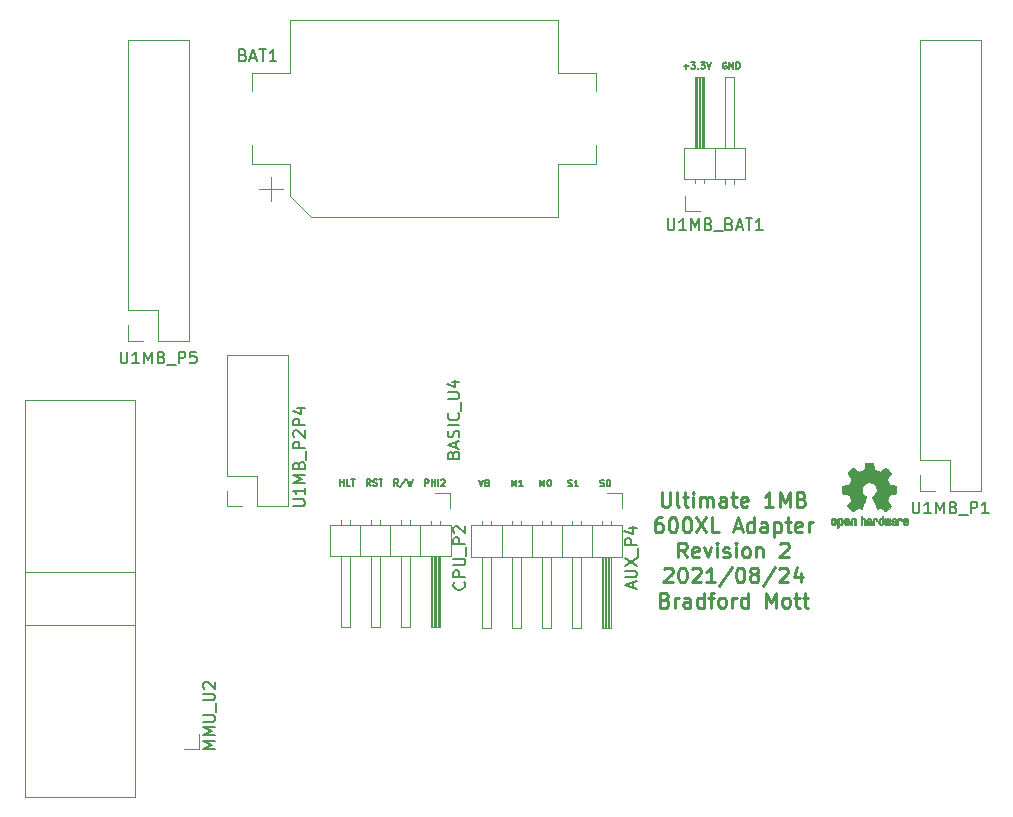
<source format=gbr>
G04 #@! TF.GenerationSoftware,KiCad,Pcbnew,5.1.5+dfsg1-2build2*
G04 #@! TF.CreationDate,2021-08-24T22:34:42-04:00*
G04 #@! TF.ProjectId,U1MB600XL,55314d42-3630-4305-984c-2e6b69636164,1*
G04 #@! TF.SameCoordinates,Original*
G04 #@! TF.FileFunction,Legend,Top*
G04 #@! TF.FilePolarity,Positive*
%FSLAX46Y46*%
G04 Gerber Fmt 4.6, Leading zero omitted, Abs format (unit mm)*
G04 Created by KiCad (PCBNEW 5.1.5+dfsg1-2build2) date 2021-08-24 22:34:42*
%MOMM*%
%LPD*%
G04 APERTURE LIST*
%ADD10C,0.137500*%
%ADD11C,0.250000*%
%ADD12C,0.010000*%
%ADD13C,0.120000*%
%ADD14C,0.150000*%
G04 APERTURE END LIST*
D10*
X140686933Y-96650609D02*
X140870266Y-97200609D01*
X141053600Y-96650609D01*
X141420266Y-96912514D02*
X141498838Y-96938704D01*
X141525028Y-96964895D01*
X141551219Y-97017276D01*
X141551219Y-97095847D01*
X141525028Y-97148228D01*
X141498838Y-97174419D01*
X141446457Y-97200609D01*
X141236933Y-97200609D01*
X141236933Y-96650609D01*
X141420266Y-96650609D01*
X141472647Y-96676800D01*
X141498838Y-96702990D01*
X141525028Y-96755371D01*
X141525028Y-96807752D01*
X141498838Y-96860133D01*
X141472647Y-96886323D01*
X141420266Y-96912514D01*
X141236933Y-96912514D01*
X143463123Y-97200609D02*
X143463123Y-96650609D01*
X143646457Y-97043466D01*
X143829790Y-96650609D01*
X143829790Y-97200609D01*
X144379790Y-97200609D02*
X144065504Y-97200609D01*
X144222647Y-97200609D02*
X144222647Y-96650609D01*
X144170266Y-96729180D01*
X144117885Y-96781561D01*
X144065504Y-96807752D01*
X145872647Y-97200609D02*
X145872647Y-96650609D01*
X146055980Y-97043466D01*
X146239314Y-96650609D01*
X146239314Y-97200609D01*
X146605980Y-96650609D02*
X146658361Y-96650609D01*
X146710742Y-96676800D01*
X146736933Y-96702990D01*
X146763123Y-96755371D01*
X146789314Y-96860133D01*
X146789314Y-96991085D01*
X146763123Y-97095847D01*
X146736933Y-97148228D01*
X146710742Y-97174419D01*
X146658361Y-97200609D01*
X146605980Y-97200609D01*
X146553600Y-97174419D01*
X146527409Y-97148228D01*
X146501219Y-97095847D01*
X146475028Y-96991085D01*
X146475028Y-96860133D01*
X146501219Y-96755371D01*
X146527409Y-96702990D01*
X146553600Y-96676800D01*
X146605980Y-96650609D01*
X148255980Y-97174419D02*
X148334552Y-97200609D01*
X148465504Y-97200609D01*
X148517885Y-97174419D01*
X148544076Y-97148228D01*
X148570266Y-97095847D01*
X148570266Y-97043466D01*
X148544076Y-96991085D01*
X148517885Y-96964895D01*
X148465504Y-96938704D01*
X148360742Y-96912514D01*
X148308361Y-96886323D01*
X148282171Y-96860133D01*
X148255980Y-96807752D01*
X148255980Y-96755371D01*
X148282171Y-96702990D01*
X148308361Y-96676800D01*
X148360742Y-96650609D01*
X148491695Y-96650609D01*
X148570266Y-96676800D01*
X149094076Y-97200609D02*
X148779790Y-97200609D01*
X148936933Y-97200609D02*
X148936933Y-96650609D01*
X148884552Y-96729180D01*
X148832171Y-96781561D01*
X148779790Y-96807752D01*
X150979790Y-97174419D02*
X151058361Y-97200609D01*
X151189314Y-97200609D01*
X151241695Y-97174419D01*
X151267885Y-97148228D01*
X151294076Y-97095847D01*
X151294076Y-97043466D01*
X151267885Y-96991085D01*
X151241695Y-96964895D01*
X151189314Y-96938704D01*
X151084552Y-96912514D01*
X151032171Y-96886323D01*
X151005980Y-96860133D01*
X150979790Y-96807752D01*
X150979790Y-96755371D01*
X151005980Y-96702990D01*
X151032171Y-96676800D01*
X151084552Y-96650609D01*
X151215504Y-96650609D01*
X151294076Y-96676800D01*
X151634552Y-96650609D02*
X151686933Y-96650609D01*
X151739314Y-96676800D01*
X151765504Y-96702990D01*
X151791695Y-96755371D01*
X151817885Y-96860133D01*
X151817885Y-96991085D01*
X151791695Y-97095847D01*
X151765504Y-97148228D01*
X151739314Y-97174419D01*
X151686933Y-97200609D01*
X151634552Y-97200609D01*
X151582171Y-97174419D01*
X151555980Y-97148228D01*
X151529790Y-97095847D01*
X151503600Y-96991085D01*
X151503600Y-96860133D01*
X151529790Y-96755371D01*
X151555980Y-96702990D01*
X151582171Y-96676800D01*
X151634552Y-96650609D01*
X158043857Y-61634285D02*
X158462904Y-61634285D01*
X158253380Y-61843809D02*
X158253380Y-61424761D01*
X158672428Y-61293809D02*
X159012904Y-61293809D01*
X158829571Y-61503333D01*
X158908142Y-61503333D01*
X158960523Y-61529523D01*
X158986714Y-61555714D01*
X159012904Y-61608095D01*
X159012904Y-61739047D01*
X158986714Y-61791428D01*
X158960523Y-61817619D01*
X158908142Y-61843809D01*
X158751000Y-61843809D01*
X158698619Y-61817619D01*
X158672428Y-61791428D01*
X159248619Y-61791428D02*
X159274809Y-61817619D01*
X159248619Y-61843809D01*
X159222428Y-61817619D01*
X159248619Y-61791428D01*
X159248619Y-61843809D01*
X159458142Y-61293809D02*
X159798619Y-61293809D01*
X159615285Y-61503333D01*
X159693857Y-61503333D01*
X159746238Y-61529523D01*
X159772428Y-61555714D01*
X159798619Y-61608095D01*
X159798619Y-61739047D01*
X159772428Y-61791428D01*
X159746238Y-61817619D01*
X159693857Y-61843809D01*
X159536714Y-61843809D01*
X159484333Y-61817619D01*
X159458142Y-61791428D01*
X159955761Y-61293809D02*
X160139095Y-61843809D01*
X160322428Y-61293809D01*
X161631952Y-61320000D02*
X161579571Y-61293809D01*
X161501000Y-61293809D01*
X161422428Y-61320000D01*
X161370047Y-61372380D01*
X161343857Y-61424761D01*
X161317666Y-61529523D01*
X161317666Y-61608095D01*
X161343857Y-61712857D01*
X161370047Y-61765238D01*
X161422428Y-61817619D01*
X161501000Y-61843809D01*
X161553380Y-61843809D01*
X161631952Y-61817619D01*
X161658142Y-61791428D01*
X161658142Y-61608095D01*
X161553380Y-61608095D01*
X161893857Y-61843809D02*
X161893857Y-61293809D01*
X162208142Y-61843809D01*
X162208142Y-61293809D01*
X162470047Y-61843809D02*
X162470047Y-61293809D01*
X162601000Y-61293809D01*
X162679571Y-61320000D01*
X162731952Y-61372380D01*
X162758142Y-61424761D01*
X162784333Y-61529523D01*
X162784333Y-61608095D01*
X162758142Y-61712857D01*
X162731952Y-61765238D01*
X162679571Y-61817619D01*
X162601000Y-61843809D01*
X162470047Y-61843809D01*
X128923809Y-97149809D02*
X128923809Y-96599809D01*
X128923809Y-96861714D02*
X129238095Y-96861714D01*
X129238095Y-97149809D02*
X129238095Y-96599809D01*
X129761904Y-97149809D02*
X129500000Y-97149809D01*
X129500000Y-96599809D01*
X129866666Y-96599809D02*
X130180952Y-96599809D01*
X130023809Y-97149809D02*
X130023809Y-96599809D01*
X131516666Y-97149809D02*
X131333333Y-96887904D01*
X131202380Y-97149809D02*
X131202380Y-96599809D01*
X131411904Y-96599809D01*
X131464285Y-96626000D01*
X131490476Y-96652190D01*
X131516666Y-96704571D01*
X131516666Y-96783142D01*
X131490476Y-96835523D01*
X131464285Y-96861714D01*
X131411904Y-96887904D01*
X131202380Y-96887904D01*
X131726190Y-97123619D02*
X131804761Y-97149809D01*
X131935714Y-97149809D01*
X131988095Y-97123619D01*
X132014285Y-97097428D01*
X132040476Y-97045047D01*
X132040476Y-96992666D01*
X132014285Y-96940285D01*
X131988095Y-96914095D01*
X131935714Y-96887904D01*
X131830952Y-96861714D01*
X131778571Y-96835523D01*
X131752380Y-96809333D01*
X131726190Y-96756952D01*
X131726190Y-96704571D01*
X131752380Y-96652190D01*
X131778571Y-96626000D01*
X131830952Y-96599809D01*
X131961904Y-96599809D01*
X132040476Y-96626000D01*
X132197619Y-96599809D02*
X132511904Y-96599809D01*
X132354761Y-97149809D02*
X132354761Y-96599809D01*
X133847619Y-97149809D02*
X133664285Y-96887904D01*
X133533333Y-97149809D02*
X133533333Y-96599809D01*
X133742857Y-96599809D01*
X133795238Y-96626000D01*
X133821428Y-96652190D01*
X133847619Y-96704571D01*
X133847619Y-96783142D01*
X133821428Y-96835523D01*
X133795238Y-96861714D01*
X133742857Y-96887904D01*
X133533333Y-96887904D01*
X134476190Y-96573619D02*
X134004761Y-97280761D01*
X134607142Y-96599809D02*
X134738095Y-97149809D01*
X134842857Y-96756952D01*
X134947619Y-97149809D01*
X135078571Y-96599809D01*
X136126190Y-97149809D02*
X136126190Y-96599809D01*
X136335714Y-96599809D01*
X136388095Y-96626000D01*
X136414285Y-96652190D01*
X136440476Y-96704571D01*
X136440476Y-96783142D01*
X136414285Y-96835523D01*
X136388095Y-96861714D01*
X136335714Y-96887904D01*
X136126190Y-96887904D01*
X136676190Y-97149809D02*
X136676190Y-96599809D01*
X136676190Y-96861714D02*
X136990476Y-96861714D01*
X136990476Y-97149809D02*
X136990476Y-96599809D01*
X137252380Y-97149809D02*
X137252380Y-96599809D01*
X137488095Y-96652190D02*
X137514285Y-96626000D01*
X137566666Y-96599809D01*
X137697619Y-96599809D01*
X137750000Y-96626000D01*
X137776190Y-96652190D01*
X137802380Y-96704571D01*
X137802380Y-96756952D01*
X137776190Y-96835523D01*
X137461904Y-97149809D01*
X137802380Y-97149809D01*
D11*
X156162733Y-97706876D02*
X156162733Y-98718780D01*
X156222257Y-98837828D01*
X156281780Y-98897352D01*
X156400828Y-98956876D01*
X156638923Y-98956876D01*
X156757971Y-98897352D01*
X156817495Y-98837828D01*
X156877019Y-98718780D01*
X156877019Y-97706876D01*
X157650828Y-98956876D02*
X157531780Y-98897352D01*
X157472257Y-98778304D01*
X157472257Y-97706876D01*
X157948447Y-98123542D02*
X158424638Y-98123542D01*
X158127019Y-97706876D02*
X158127019Y-98778304D01*
X158186542Y-98897352D01*
X158305590Y-98956876D01*
X158424638Y-98956876D01*
X158841304Y-98956876D02*
X158841304Y-98123542D01*
X158841304Y-97706876D02*
X158781780Y-97766400D01*
X158841304Y-97825923D01*
X158900828Y-97766400D01*
X158841304Y-97706876D01*
X158841304Y-97825923D01*
X159436542Y-98956876D02*
X159436542Y-98123542D01*
X159436542Y-98242590D02*
X159496066Y-98183066D01*
X159615114Y-98123542D01*
X159793685Y-98123542D01*
X159912733Y-98183066D01*
X159972257Y-98302114D01*
X159972257Y-98956876D01*
X159972257Y-98302114D02*
X160031780Y-98183066D01*
X160150828Y-98123542D01*
X160329400Y-98123542D01*
X160448447Y-98183066D01*
X160507971Y-98302114D01*
X160507971Y-98956876D01*
X161638923Y-98956876D02*
X161638923Y-98302114D01*
X161579400Y-98183066D01*
X161460352Y-98123542D01*
X161222257Y-98123542D01*
X161103209Y-98183066D01*
X161638923Y-98897352D02*
X161519876Y-98956876D01*
X161222257Y-98956876D01*
X161103209Y-98897352D01*
X161043685Y-98778304D01*
X161043685Y-98659257D01*
X161103209Y-98540209D01*
X161222257Y-98480685D01*
X161519876Y-98480685D01*
X161638923Y-98421161D01*
X162055590Y-98123542D02*
X162531780Y-98123542D01*
X162234161Y-97706876D02*
X162234161Y-98778304D01*
X162293685Y-98897352D01*
X162412733Y-98956876D01*
X162531780Y-98956876D01*
X163424638Y-98897352D02*
X163305590Y-98956876D01*
X163067495Y-98956876D01*
X162948447Y-98897352D01*
X162888923Y-98778304D01*
X162888923Y-98302114D01*
X162948447Y-98183066D01*
X163067495Y-98123542D01*
X163305590Y-98123542D01*
X163424638Y-98183066D01*
X163484161Y-98302114D01*
X163484161Y-98421161D01*
X162888923Y-98540209D01*
X165627019Y-98956876D02*
X164912733Y-98956876D01*
X165269876Y-98956876D02*
X165269876Y-97706876D01*
X165150828Y-97885447D01*
X165031780Y-98004495D01*
X164912733Y-98064019D01*
X166162733Y-98956876D02*
X166162733Y-97706876D01*
X166579400Y-98599733D01*
X166996066Y-97706876D01*
X166996066Y-98956876D01*
X168007971Y-98302114D02*
X168186542Y-98361638D01*
X168246066Y-98421161D01*
X168305590Y-98540209D01*
X168305590Y-98718780D01*
X168246066Y-98837828D01*
X168186542Y-98897352D01*
X168067495Y-98956876D01*
X167591304Y-98956876D01*
X167591304Y-97706876D01*
X168007971Y-97706876D01*
X168127019Y-97766400D01*
X168186542Y-97825923D01*
X168246066Y-97944971D01*
X168246066Y-98064019D01*
X168186542Y-98183066D01*
X168127019Y-98242590D01*
X168007971Y-98302114D01*
X167591304Y-98302114D01*
X156162733Y-99831876D02*
X155924638Y-99831876D01*
X155805590Y-99891400D01*
X155746066Y-99950923D01*
X155627019Y-100129495D01*
X155567495Y-100367590D01*
X155567495Y-100843780D01*
X155627019Y-100962828D01*
X155686542Y-101022352D01*
X155805590Y-101081876D01*
X156043685Y-101081876D01*
X156162733Y-101022352D01*
X156222257Y-100962828D01*
X156281780Y-100843780D01*
X156281780Y-100546161D01*
X156222257Y-100427114D01*
X156162733Y-100367590D01*
X156043685Y-100308066D01*
X155805590Y-100308066D01*
X155686542Y-100367590D01*
X155627019Y-100427114D01*
X155567495Y-100546161D01*
X157055590Y-99831876D02*
X157174638Y-99831876D01*
X157293685Y-99891400D01*
X157353209Y-99950923D01*
X157412733Y-100069971D01*
X157472257Y-100308066D01*
X157472257Y-100605685D01*
X157412733Y-100843780D01*
X157353209Y-100962828D01*
X157293685Y-101022352D01*
X157174638Y-101081876D01*
X157055590Y-101081876D01*
X156936542Y-101022352D01*
X156877019Y-100962828D01*
X156817495Y-100843780D01*
X156757971Y-100605685D01*
X156757971Y-100308066D01*
X156817495Y-100069971D01*
X156877019Y-99950923D01*
X156936542Y-99891400D01*
X157055590Y-99831876D01*
X158246066Y-99831876D02*
X158365114Y-99831876D01*
X158484161Y-99891400D01*
X158543685Y-99950923D01*
X158603209Y-100069971D01*
X158662733Y-100308066D01*
X158662733Y-100605685D01*
X158603209Y-100843780D01*
X158543685Y-100962828D01*
X158484161Y-101022352D01*
X158365114Y-101081876D01*
X158246066Y-101081876D01*
X158127019Y-101022352D01*
X158067495Y-100962828D01*
X158007971Y-100843780D01*
X157948447Y-100605685D01*
X157948447Y-100308066D01*
X158007971Y-100069971D01*
X158067495Y-99950923D01*
X158127019Y-99891400D01*
X158246066Y-99831876D01*
X159079400Y-99831876D02*
X159912733Y-101081876D01*
X159912733Y-99831876D02*
X159079400Y-101081876D01*
X160984161Y-101081876D02*
X160388923Y-101081876D01*
X160388923Y-99831876D01*
X162293685Y-100724733D02*
X162888923Y-100724733D01*
X162174638Y-101081876D02*
X162591304Y-99831876D01*
X163007971Y-101081876D01*
X163960352Y-101081876D02*
X163960352Y-99831876D01*
X163960352Y-101022352D02*
X163841304Y-101081876D01*
X163603209Y-101081876D01*
X163484161Y-101022352D01*
X163424638Y-100962828D01*
X163365114Y-100843780D01*
X163365114Y-100486638D01*
X163424638Y-100367590D01*
X163484161Y-100308066D01*
X163603209Y-100248542D01*
X163841304Y-100248542D01*
X163960352Y-100308066D01*
X165091304Y-101081876D02*
X165091304Y-100427114D01*
X165031780Y-100308066D01*
X164912733Y-100248542D01*
X164674638Y-100248542D01*
X164555590Y-100308066D01*
X165091304Y-101022352D02*
X164972257Y-101081876D01*
X164674638Y-101081876D01*
X164555590Y-101022352D01*
X164496066Y-100903304D01*
X164496066Y-100784257D01*
X164555590Y-100665209D01*
X164674638Y-100605685D01*
X164972257Y-100605685D01*
X165091304Y-100546161D01*
X165686542Y-100248542D02*
X165686542Y-101498542D01*
X165686542Y-100308066D02*
X165805590Y-100248542D01*
X166043685Y-100248542D01*
X166162733Y-100308066D01*
X166222257Y-100367590D01*
X166281780Y-100486638D01*
X166281780Y-100843780D01*
X166222257Y-100962828D01*
X166162733Y-101022352D01*
X166043685Y-101081876D01*
X165805590Y-101081876D01*
X165686542Y-101022352D01*
X166638923Y-100248542D02*
X167115114Y-100248542D01*
X166817495Y-99831876D02*
X166817495Y-100903304D01*
X166877019Y-101022352D01*
X166996066Y-101081876D01*
X167115114Y-101081876D01*
X168007971Y-101022352D02*
X167888923Y-101081876D01*
X167650828Y-101081876D01*
X167531780Y-101022352D01*
X167472257Y-100903304D01*
X167472257Y-100427114D01*
X167531780Y-100308066D01*
X167650828Y-100248542D01*
X167888923Y-100248542D01*
X168007971Y-100308066D01*
X168067495Y-100427114D01*
X168067495Y-100546161D01*
X167472257Y-100665209D01*
X168603209Y-101081876D02*
X168603209Y-100248542D01*
X168603209Y-100486638D02*
X168662733Y-100367590D01*
X168722257Y-100308066D01*
X168841304Y-100248542D01*
X168960352Y-100248542D01*
X158275828Y-103206876D02*
X157859161Y-102611638D01*
X157561542Y-103206876D02*
X157561542Y-101956876D01*
X158037733Y-101956876D01*
X158156780Y-102016400D01*
X158216304Y-102075923D01*
X158275828Y-102194971D01*
X158275828Y-102373542D01*
X158216304Y-102492590D01*
X158156780Y-102552114D01*
X158037733Y-102611638D01*
X157561542Y-102611638D01*
X159287733Y-103147352D02*
X159168685Y-103206876D01*
X158930590Y-103206876D01*
X158811542Y-103147352D01*
X158752019Y-103028304D01*
X158752019Y-102552114D01*
X158811542Y-102433066D01*
X158930590Y-102373542D01*
X159168685Y-102373542D01*
X159287733Y-102433066D01*
X159347257Y-102552114D01*
X159347257Y-102671161D01*
X158752019Y-102790209D01*
X159763923Y-102373542D02*
X160061542Y-103206876D01*
X160359161Y-102373542D01*
X160835352Y-103206876D02*
X160835352Y-102373542D01*
X160835352Y-101956876D02*
X160775828Y-102016400D01*
X160835352Y-102075923D01*
X160894876Y-102016400D01*
X160835352Y-101956876D01*
X160835352Y-102075923D01*
X161371066Y-103147352D02*
X161490114Y-103206876D01*
X161728209Y-103206876D01*
X161847257Y-103147352D01*
X161906780Y-103028304D01*
X161906780Y-102968780D01*
X161847257Y-102849733D01*
X161728209Y-102790209D01*
X161549638Y-102790209D01*
X161430590Y-102730685D01*
X161371066Y-102611638D01*
X161371066Y-102552114D01*
X161430590Y-102433066D01*
X161549638Y-102373542D01*
X161728209Y-102373542D01*
X161847257Y-102433066D01*
X162442495Y-103206876D02*
X162442495Y-102373542D01*
X162442495Y-101956876D02*
X162382971Y-102016400D01*
X162442495Y-102075923D01*
X162502019Y-102016400D01*
X162442495Y-101956876D01*
X162442495Y-102075923D01*
X163216304Y-103206876D02*
X163097257Y-103147352D01*
X163037733Y-103087828D01*
X162978209Y-102968780D01*
X162978209Y-102611638D01*
X163037733Y-102492590D01*
X163097257Y-102433066D01*
X163216304Y-102373542D01*
X163394876Y-102373542D01*
X163513923Y-102433066D01*
X163573447Y-102492590D01*
X163632971Y-102611638D01*
X163632971Y-102968780D01*
X163573447Y-103087828D01*
X163513923Y-103147352D01*
X163394876Y-103206876D01*
X163216304Y-103206876D01*
X164168685Y-102373542D02*
X164168685Y-103206876D01*
X164168685Y-102492590D02*
X164228209Y-102433066D01*
X164347257Y-102373542D01*
X164525828Y-102373542D01*
X164644876Y-102433066D01*
X164704400Y-102552114D01*
X164704400Y-103206876D01*
X166192495Y-102075923D02*
X166252019Y-102016400D01*
X166371066Y-101956876D01*
X166668685Y-101956876D01*
X166787733Y-102016400D01*
X166847257Y-102075923D01*
X166906780Y-102194971D01*
X166906780Y-102314019D01*
X166847257Y-102492590D01*
X166132971Y-103206876D01*
X166906780Y-103206876D01*
X156371066Y-104200923D02*
X156430590Y-104141400D01*
X156549638Y-104081876D01*
X156847257Y-104081876D01*
X156966304Y-104141400D01*
X157025828Y-104200923D01*
X157085352Y-104319971D01*
X157085352Y-104439019D01*
X157025828Y-104617590D01*
X156311542Y-105331876D01*
X157085352Y-105331876D01*
X157859161Y-104081876D02*
X157978209Y-104081876D01*
X158097257Y-104141400D01*
X158156780Y-104200923D01*
X158216304Y-104319971D01*
X158275828Y-104558066D01*
X158275828Y-104855685D01*
X158216304Y-105093780D01*
X158156780Y-105212828D01*
X158097257Y-105272352D01*
X157978209Y-105331876D01*
X157859161Y-105331876D01*
X157740114Y-105272352D01*
X157680590Y-105212828D01*
X157621066Y-105093780D01*
X157561542Y-104855685D01*
X157561542Y-104558066D01*
X157621066Y-104319971D01*
X157680590Y-104200923D01*
X157740114Y-104141400D01*
X157859161Y-104081876D01*
X158752019Y-104200923D02*
X158811542Y-104141400D01*
X158930590Y-104081876D01*
X159228209Y-104081876D01*
X159347257Y-104141400D01*
X159406780Y-104200923D01*
X159466304Y-104319971D01*
X159466304Y-104439019D01*
X159406780Y-104617590D01*
X158692495Y-105331876D01*
X159466304Y-105331876D01*
X160656780Y-105331876D02*
X159942495Y-105331876D01*
X160299638Y-105331876D02*
X160299638Y-104081876D01*
X160180590Y-104260447D01*
X160061542Y-104379495D01*
X159942495Y-104439019D01*
X162085352Y-104022352D02*
X161013923Y-105629495D01*
X162740114Y-104081876D02*
X162859161Y-104081876D01*
X162978209Y-104141400D01*
X163037733Y-104200923D01*
X163097257Y-104319971D01*
X163156780Y-104558066D01*
X163156780Y-104855685D01*
X163097257Y-105093780D01*
X163037733Y-105212828D01*
X162978209Y-105272352D01*
X162859161Y-105331876D01*
X162740114Y-105331876D01*
X162621066Y-105272352D01*
X162561542Y-105212828D01*
X162502019Y-105093780D01*
X162442495Y-104855685D01*
X162442495Y-104558066D01*
X162502019Y-104319971D01*
X162561542Y-104200923D01*
X162621066Y-104141400D01*
X162740114Y-104081876D01*
X163871066Y-104617590D02*
X163752019Y-104558066D01*
X163692495Y-104498542D01*
X163632971Y-104379495D01*
X163632971Y-104319971D01*
X163692495Y-104200923D01*
X163752019Y-104141400D01*
X163871066Y-104081876D01*
X164109161Y-104081876D01*
X164228209Y-104141400D01*
X164287733Y-104200923D01*
X164347257Y-104319971D01*
X164347257Y-104379495D01*
X164287733Y-104498542D01*
X164228209Y-104558066D01*
X164109161Y-104617590D01*
X163871066Y-104617590D01*
X163752019Y-104677114D01*
X163692495Y-104736638D01*
X163632971Y-104855685D01*
X163632971Y-105093780D01*
X163692495Y-105212828D01*
X163752019Y-105272352D01*
X163871066Y-105331876D01*
X164109161Y-105331876D01*
X164228209Y-105272352D01*
X164287733Y-105212828D01*
X164347257Y-105093780D01*
X164347257Y-104855685D01*
X164287733Y-104736638D01*
X164228209Y-104677114D01*
X164109161Y-104617590D01*
X165775828Y-104022352D02*
X164704400Y-105629495D01*
X166132971Y-104200923D02*
X166192495Y-104141400D01*
X166311542Y-104081876D01*
X166609161Y-104081876D01*
X166728209Y-104141400D01*
X166787733Y-104200923D01*
X166847257Y-104319971D01*
X166847257Y-104439019D01*
X166787733Y-104617590D01*
X166073447Y-105331876D01*
X166847257Y-105331876D01*
X167918685Y-104498542D02*
X167918685Y-105331876D01*
X167621066Y-104022352D02*
X167323447Y-104915209D01*
X168097257Y-104915209D01*
X156430590Y-106802114D02*
X156609161Y-106861638D01*
X156668685Y-106921161D01*
X156728209Y-107040209D01*
X156728209Y-107218780D01*
X156668685Y-107337828D01*
X156609161Y-107397352D01*
X156490114Y-107456876D01*
X156013923Y-107456876D01*
X156013923Y-106206876D01*
X156430590Y-106206876D01*
X156549638Y-106266400D01*
X156609161Y-106325923D01*
X156668685Y-106444971D01*
X156668685Y-106564019D01*
X156609161Y-106683066D01*
X156549638Y-106742590D01*
X156430590Y-106802114D01*
X156013923Y-106802114D01*
X157263923Y-107456876D02*
X157263923Y-106623542D01*
X157263923Y-106861638D02*
X157323447Y-106742590D01*
X157382971Y-106683066D01*
X157502019Y-106623542D01*
X157621066Y-106623542D01*
X158573447Y-107456876D02*
X158573447Y-106802114D01*
X158513923Y-106683066D01*
X158394876Y-106623542D01*
X158156780Y-106623542D01*
X158037733Y-106683066D01*
X158573447Y-107397352D02*
X158454400Y-107456876D01*
X158156780Y-107456876D01*
X158037733Y-107397352D01*
X157978209Y-107278304D01*
X157978209Y-107159257D01*
X158037733Y-107040209D01*
X158156780Y-106980685D01*
X158454400Y-106980685D01*
X158573447Y-106921161D01*
X159704400Y-107456876D02*
X159704400Y-106206876D01*
X159704400Y-107397352D02*
X159585352Y-107456876D01*
X159347257Y-107456876D01*
X159228209Y-107397352D01*
X159168685Y-107337828D01*
X159109161Y-107218780D01*
X159109161Y-106861638D01*
X159168685Y-106742590D01*
X159228209Y-106683066D01*
X159347257Y-106623542D01*
X159585352Y-106623542D01*
X159704400Y-106683066D01*
X160121066Y-106623542D02*
X160597257Y-106623542D01*
X160299638Y-107456876D02*
X160299638Y-106385447D01*
X160359161Y-106266400D01*
X160478209Y-106206876D01*
X160597257Y-106206876D01*
X161192495Y-107456876D02*
X161073447Y-107397352D01*
X161013923Y-107337828D01*
X160954400Y-107218780D01*
X160954400Y-106861638D01*
X161013923Y-106742590D01*
X161073447Y-106683066D01*
X161192495Y-106623542D01*
X161371066Y-106623542D01*
X161490114Y-106683066D01*
X161549638Y-106742590D01*
X161609161Y-106861638D01*
X161609161Y-107218780D01*
X161549638Y-107337828D01*
X161490114Y-107397352D01*
X161371066Y-107456876D01*
X161192495Y-107456876D01*
X162144876Y-107456876D02*
X162144876Y-106623542D01*
X162144876Y-106861638D02*
X162204400Y-106742590D01*
X162263923Y-106683066D01*
X162382971Y-106623542D01*
X162502019Y-106623542D01*
X163454400Y-107456876D02*
X163454400Y-106206876D01*
X163454400Y-107397352D02*
X163335352Y-107456876D01*
X163097257Y-107456876D01*
X162978209Y-107397352D01*
X162918685Y-107337828D01*
X162859161Y-107218780D01*
X162859161Y-106861638D01*
X162918685Y-106742590D01*
X162978209Y-106683066D01*
X163097257Y-106623542D01*
X163335352Y-106623542D01*
X163454400Y-106683066D01*
X165002019Y-107456876D02*
X165002019Y-106206876D01*
X165418685Y-107099733D01*
X165835352Y-106206876D01*
X165835352Y-107456876D01*
X166609161Y-107456876D02*
X166490114Y-107397352D01*
X166430590Y-107337828D01*
X166371066Y-107218780D01*
X166371066Y-106861638D01*
X166430590Y-106742590D01*
X166490114Y-106683066D01*
X166609161Y-106623542D01*
X166787733Y-106623542D01*
X166906780Y-106683066D01*
X166966304Y-106742590D01*
X167025828Y-106861638D01*
X167025828Y-107218780D01*
X166966304Y-107337828D01*
X166906780Y-107397352D01*
X166787733Y-107456876D01*
X166609161Y-107456876D01*
X167382971Y-106623542D02*
X167859161Y-106623542D01*
X167561542Y-106206876D02*
X167561542Y-107278304D01*
X167621066Y-107397352D01*
X167740114Y-107456876D01*
X167859161Y-107456876D01*
X168097257Y-106623542D02*
X168573447Y-106623542D01*
X168275828Y-106206876D02*
X168275828Y-107278304D01*
X168335352Y-107397352D01*
X168454400Y-107456876D01*
X168573447Y-107456876D01*
D12*
G36*
X173839910Y-95184748D02*
G01*
X173918454Y-95185178D01*
X173975298Y-95186342D01*
X174014105Y-95188607D01*
X174038538Y-95192340D01*
X174052262Y-95197906D01*
X174058940Y-95205673D01*
X174062236Y-95216005D01*
X174062556Y-95217343D01*
X174067562Y-95241479D01*
X174076829Y-95289101D01*
X174089392Y-95355141D01*
X174104287Y-95434528D01*
X174120551Y-95522196D01*
X174121119Y-95525275D01*
X174137410Y-95611189D01*
X174152652Y-95687096D01*
X174165861Y-95748445D01*
X174176054Y-95790682D01*
X174182248Y-95809255D01*
X174182543Y-95809584D01*
X174200788Y-95818653D01*
X174238405Y-95833767D01*
X174287271Y-95851662D01*
X174287543Y-95851758D01*
X174349093Y-95874893D01*
X174421657Y-95904365D01*
X174490057Y-95933997D01*
X174493294Y-95935462D01*
X174604702Y-95986026D01*
X174851399Y-95817560D01*
X174927077Y-95766203D01*
X174995631Y-95720289D01*
X175053088Y-95682430D01*
X175095476Y-95655237D01*
X175118825Y-95641321D01*
X175121042Y-95640289D01*
X175138010Y-95644884D01*
X175169701Y-95667055D01*
X175217352Y-95707847D01*
X175282198Y-95768305D01*
X175348397Y-95832627D01*
X175412214Y-95896012D01*
X175469329Y-95953851D01*
X175516305Y-96002575D01*
X175549703Y-96038610D01*
X175566085Y-96058384D01*
X175566694Y-96059402D01*
X175568505Y-96072972D01*
X175561683Y-96095133D01*
X175544540Y-96128878D01*
X175515393Y-96177200D01*
X175472555Y-96243092D01*
X175415448Y-96327917D01*
X175364766Y-96402577D01*
X175319461Y-96469540D01*
X175282150Y-96524916D01*
X175255452Y-96564820D01*
X175241985Y-96585362D01*
X175241137Y-96586756D01*
X175242781Y-96606438D01*
X175255245Y-96644693D01*
X175276048Y-96694289D01*
X175283462Y-96710128D01*
X175315814Y-96780690D01*
X175350328Y-96860753D01*
X175378365Y-96930029D01*
X175398568Y-96981445D01*
X175414615Y-97020519D01*
X175423888Y-97040941D01*
X175425041Y-97042514D01*
X175442096Y-97045121D01*
X175482298Y-97052263D01*
X175540302Y-97062923D01*
X175610763Y-97076085D01*
X175688335Y-97090733D01*
X175767672Y-97105849D01*
X175843431Y-97120418D01*
X175910264Y-97133422D01*
X175962828Y-97143845D01*
X175995776Y-97150670D01*
X176003857Y-97152599D01*
X176012205Y-97157362D01*
X176018506Y-97168118D01*
X176023045Y-97188498D01*
X176026104Y-97222134D01*
X176027967Y-97272655D01*
X176028918Y-97343692D01*
X176029240Y-97438876D01*
X176029257Y-97477892D01*
X176029257Y-97795199D01*
X175953057Y-97810239D01*
X175910663Y-97818395D01*
X175847400Y-97830299D01*
X175770962Y-97844516D01*
X175689043Y-97859610D01*
X175666400Y-97863755D01*
X175590806Y-97878453D01*
X175524953Y-97892905D01*
X175474366Y-97905775D01*
X175444574Y-97915722D01*
X175439612Y-97918687D01*
X175427426Y-97939683D01*
X175409953Y-97980367D01*
X175390577Y-98032722D01*
X175386734Y-98044000D01*
X175361339Y-98113923D01*
X175329817Y-98192818D01*
X175298969Y-98263666D01*
X175298817Y-98263995D01*
X175247447Y-98375133D01*
X175416399Y-98623653D01*
X175585352Y-98872172D01*
X175368429Y-99089458D01*
X175302819Y-99154126D01*
X175242979Y-99211133D01*
X175192267Y-99257433D01*
X175154046Y-99289984D01*
X175131675Y-99305743D01*
X175128466Y-99306743D01*
X175109626Y-99298869D01*
X175071180Y-99276978D01*
X175017330Y-99243667D01*
X174952276Y-99201531D01*
X174881940Y-99154343D01*
X174810555Y-99106210D01*
X174746908Y-99064328D01*
X174695041Y-99031271D01*
X174658995Y-99009618D01*
X174642867Y-99001943D01*
X174623189Y-99008437D01*
X174585875Y-99025550D01*
X174538621Y-99049726D01*
X174533612Y-99052413D01*
X174469977Y-99084327D01*
X174426341Y-99099979D01*
X174399202Y-99100145D01*
X174385057Y-99085604D01*
X174384975Y-99085400D01*
X174377905Y-99068179D01*
X174361042Y-99027299D01*
X174335695Y-98965925D01*
X174303171Y-98887219D01*
X174264778Y-98794347D01*
X174221822Y-98690472D01*
X174180222Y-98589902D01*
X174134504Y-98478916D01*
X174092526Y-98376103D01*
X174055548Y-98284615D01*
X174024827Y-98207601D01*
X174001622Y-98148215D01*
X173987190Y-98109609D01*
X173982743Y-98095200D01*
X173993896Y-98078672D01*
X174023069Y-98052330D01*
X174061971Y-98023287D01*
X174172757Y-97931439D01*
X174259351Y-97826159D01*
X174320716Y-97709666D01*
X174355815Y-97584176D01*
X174363608Y-97451907D01*
X174357943Y-97390857D01*
X174327078Y-97264195D01*
X174273920Y-97152341D01*
X174201767Y-97056401D01*
X174113917Y-96977476D01*
X174013665Y-96916670D01*
X173904310Y-96875087D01*
X173789147Y-96853828D01*
X173671475Y-96853999D01*
X173554590Y-96876701D01*
X173441789Y-96923038D01*
X173336369Y-96994113D01*
X173292368Y-97034311D01*
X173207979Y-97137529D01*
X173149222Y-97250325D01*
X173115704Y-97369410D01*
X173107035Y-97491495D01*
X173122823Y-97613293D01*
X173162678Y-97731516D01*
X173226207Y-97842875D01*
X173313021Y-97944084D01*
X173410029Y-98023287D01*
X173450437Y-98053562D01*
X173478982Y-98079619D01*
X173489257Y-98095225D01*
X173483877Y-98112243D01*
X173468575Y-98152900D01*
X173444612Y-98214042D01*
X173413244Y-98292519D01*
X173375732Y-98385180D01*
X173333333Y-98488872D01*
X173291663Y-98589926D01*
X173245690Y-98701007D01*
X173203107Y-98803941D01*
X173165221Y-98895565D01*
X173133340Y-98972716D01*
X173108771Y-99032231D01*
X173092820Y-99070944D01*
X173086910Y-99085400D01*
X173072948Y-99100085D01*
X173045940Y-99100042D01*
X173002413Y-99084499D01*
X172938890Y-99052684D01*
X172938388Y-99052413D01*
X172890560Y-99027723D01*
X172851897Y-99009738D01*
X172830095Y-99002014D01*
X172829133Y-99001943D01*
X172812721Y-99009778D01*
X172776487Y-99031565D01*
X172724474Y-99064728D01*
X172660725Y-99106691D01*
X172590060Y-99154343D01*
X172518116Y-99202591D01*
X172453274Y-99244551D01*
X172399735Y-99277627D01*
X172361697Y-99299221D01*
X172343533Y-99306743D01*
X172326808Y-99296857D01*
X172293180Y-99269226D01*
X172246010Y-99226895D01*
X172188658Y-99172905D01*
X172124484Y-99110299D01*
X172103497Y-99089383D01*
X171886499Y-98872023D01*
X172051668Y-98629620D01*
X172101864Y-98555181D01*
X172145919Y-98488372D01*
X172181362Y-98433065D01*
X172205719Y-98393129D01*
X172216522Y-98372436D01*
X172216838Y-98370963D01*
X172211143Y-98351458D01*
X172195826Y-98312222D01*
X172173537Y-98259830D01*
X172157893Y-98224755D01*
X172128641Y-98157601D01*
X172101094Y-98089758D01*
X172079737Y-98032434D01*
X172073935Y-98014972D01*
X172057452Y-97968338D01*
X172041340Y-97932305D01*
X172032490Y-97918687D01*
X172012960Y-97910352D01*
X171970334Y-97898537D01*
X171910145Y-97884581D01*
X171837922Y-97869822D01*
X171805600Y-97863755D01*
X171723522Y-97848673D01*
X171644795Y-97834069D01*
X171577109Y-97821380D01*
X171528160Y-97812042D01*
X171518943Y-97810239D01*
X171442743Y-97795199D01*
X171442743Y-97477892D01*
X171442914Y-97373554D01*
X171443616Y-97294613D01*
X171445134Y-97237438D01*
X171447749Y-97198399D01*
X171451746Y-97173865D01*
X171457409Y-97160205D01*
X171465020Y-97153789D01*
X171468143Y-97152599D01*
X171486978Y-97148380D01*
X171528588Y-97139962D01*
X171587630Y-97128361D01*
X171658757Y-97114595D01*
X171736625Y-97099680D01*
X171815887Y-97084632D01*
X171891198Y-97070469D01*
X171957213Y-97058206D01*
X172008587Y-97048861D01*
X172039975Y-97043450D01*
X172046959Y-97042514D01*
X172053285Y-97029996D01*
X172067290Y-96996646D01*
X172086355Y-96948777D01*
X172093634Y-96930029D01*
X172122996Y-96857595D01*
X172157571Y-96777570D01*
X172188537Y-96710128D01*
X172211323Y-96658559D01*
X172226482Y-96616185D01*
X172231542Y-96590234D01*
X172230736Y-96586756D01*
X172220041Y-96570336D01*
X172195620Y-96533817D01*
X172160095Y-96481087D01*
X172116087Y-96416035D01*
X172066217Y-96342551D01*
X172056356Y-96328045D01*
X171998492Y-96242104D01*
X171955956Y-96176661D01*
X171927054Y-96128704D01*
X171910090Y-96095220D01*
X171903367Y-96073195D01*
X171905190Y-96059617D01*
X171905236Y-96059531D01*
X171919586Y-96041697D01*
X171951323Y-96007217D01*
X171997010Y-95959668D01*
X172053204Y-95902622D01*
X172116468Y-95839655D01*
X172123602Y-95832627D01*
X172203330Y-95755420D01*
X172264857Y-95698730D01*
X172309421Y-95661510D01*
X172338257Y-95642715D01*
X172350958Y-95640289D01*
X172369494Y-95650871D01*
X172407961Y-95675316D01*
X172462386Y-95711012D01*
X172528798Y-95755347D01*
X172603225Y-95805711D01*
X172620601Y-95817560D01*
X172867297Y-95986026D01*
X172978706Y-95935462D01*
X173046457Y-95905995D01*
X173119183Y-95876359D01*
X173181703Y-95852730D01*
X173184457Y-95851758D01*
X173233360Y-95833857D01*
X173271057Y-95818720D01*
X173289425Y-95809610D01*
X173289456Y-95809584D01*
X173295285Y-95793117D01*
X173305192Y-95752619D01*
X173318195Y-95692642D01*
X173333309Y-95617740D01*
X173349552Y-95532464D01*
X173350881Y-95525275D01*
X173367175Y-95437414D01*
X173382133Y-95357660D01*
X173394791Y-95291081D01*
X173404186Y-95242747D01*
X173409354Y-95217725D01*
X173409444Y-95217343D01*
X173412589Y-95206699D01*
X173418704Y-95198662D01*
X173431453Y-95192867D01*
X173454500Y-95188947D01*
X173491509Y-95186535D01*
X173546144Y-95185265D01*
X173622067Y-95184771D01*
X173722944Y-95184686D01*
X173736000Y-95184686D01*
X173839910Y-95184748D01*
G37*
X173839910Y-95184748D02*
X173918454Y-95185178D01*
X173975298Y-95186342D01*
X174014105Y-95188607D01*
X174038538Y-95192340D01*
X174052262Y-95197906D01*
X174058940Y-95205673D01*
X174062236Y-95216005D01*
X174062556Y-95217343D01*
X174067562Y-95241479D01*
X174076829Y-95289101D01*
X174089392Y-95355141D01*
X174104287Y-95434528D01*
X174120551Y-95522196D01*
X174121119Y-95525275D01*
X174137410Y-95611189D01*
X174152652Y-95687096D01*
X174165861Y-95748445D01*
X174176054Y-95790682D01*
X174182248Y-95809255D01*
X174182543Y-95809584D01*
X174200788Y-95818653D01*
X174238405Y-95833767D01*
X174287271Y-95851662D01*
X174287543Y-95851758D01*
X174349093Y-95874893D01*
X174421657Y-95904365D01*
X174490057Y-95933997D01*
X174493294Y-95935462D01*
X174604702Y-95986026D01*
X174851399Y-95817560D01*
X174927077Y-95766203D01*
X174995631Y-95720289D01*
X175053088Y-95682430D01*
X175095476Y-95655237D01*
X175118825Y-95641321D01*
X175121042Y-95640289D01*
X175138010Y-95644884D01*
X175169701Y-95667055D01*
X175217352Y-95707847D01*
X175282198Y-95768305D01*
X175348397Y-95832627D01*
X175412214Y-95896012D01*
X175469329Y-95953851D01*
X175516305Y-96002575D01*
X175549703Y-96038610D01*
X175566085Y-96058384D01*
X175566694Y-96059402D01*
X175568505Y-96072972D01*
X175561683Y-96095133D01*
X175544540Y-96128878D01*
X175515393Y-96177200D01*
X175472555Y-96243092D01*
X175415448Y-96327917D01*
X175364766Y-96402577D01*
X175319461Y-96469540D01*
X175282150Y-96524916D01*
X175255452Y-96564820D01*
X175241985Y-96585362D01*
X175241137Y-96586756D01*
X175242781Y-96606438D01*
X175255245Y-96644693D01*
X175276048Y-96694289D01*
X175283462Y-96710128D01*
X175315814Y-96780690D01*
X175350328Y-96860753D01*
X175378365Y-96930029D01*
X175398568Y-96981445D01*
X175414615Y-97020519D01*
X175423888Y-97040941D01*
X175425041Y-97042514D01*
X175442096Y-97045121D01*
X175482298Y-97052263D01*
X175540302Y-97062923D01*
X175610763Y-97076085D01*
X175688335Y-97090733D01*
X175767672Y-97105849D01*
X175843431Y-97120418D01*
X175910264Y-97133422D01*
X175962828Y-97143845D01*
X175995776Y-97150670D01*
X176003857Y-97152599D01*
X176012205Y-97157362D01*
X176018506Y-97168118D01*
X176023045Y-97188498D01*
X176026104Y-97222134D01*
X176027967Y-97272655D01*
X176028918Y-97343692D01*
X176029240Y-97438876D01*
X176029257Y-97477892D01*
X176029257Y-97795199D01*
X175953057Y-97810239D01*
X175910663Y-97818395D01*
X175847400Y-97830299D01*
X175770962Y-97844516D01*
X175689043Y-97859610D01*
X175666400Y-97863755D01*
X175590806Y-97878453D01*
X175524953Y-97892905D01*
X175474366Y-97905775D01*
X175444574Y-97915722D01*
X175439612Y-97918687D01*
X175427426Y-97939683D01*
X175409953Y-97980367D01*
X175390577Y-98032722D01*
X175386734Y-98044000D01*
X175361339Y-98113923D01*
X175329817Y-98192818D01*
X175298969Y-98263666D01*
X175298817Y-98263995D01*
X175247447Y-98375133D01*
X175416399Y-98623653D01*
X175585352Y-98872172D01*
X175368429Y-99089458D01*
X175302819Y-99154126D01*
X175242979Y-99211133D01*
X175192267Y-99257433D01*
X175154046Y-99289984D01*
X175131675Y-99305743D01*
X175128466Y-99306743D01*
X175109626Y-99298869D01*
X175071180Y-99276978D01*
X175017330Y-99243667D01*
X174952276Y-99201531D01*
X174881940Y-99154343D01*
X174810555Y-99106210D01*
X174746908Y-99064328D01*
X174695041Y-99031271D01*
X174658995Y-99009618D01*
X174642867Y-99001943D01*
X174623189Y-99008437D01*
X174585875Y-99025550D01*
X174538621Y-99049726D01*
X174533612Y-99052413D01*
X174469977Y-99084327D01*
X174426341Y-99099979D01*
X174399202Y-99100145D01*
X174385057Y-99085604D01*
X174384975Y-99085400D01*
X174377905Y-99068179D01*
X174361042Y-99027299D01*
X174335695Y-98965925D01*
X174303171Y-98887219D01*
X174264778Y-98794347D01*
X174221822Y-98690472D01*
X174180222Y-98589902D01*
X174134504Y-98478916D01*
X174092526Y-98376103D01*
X174055548Y-98284615D01*
X174024827Y-98207601D01*
X174001622Y-98148215D01*
X173987190Y-98109609D01*
X173982743Y-98095200D01*
X173993896Y-98078672D01*
X174023069Y-98052330D01*
X174061971Y-98023287D01*
X174172757Y-97931439D01*
X174259351Y-97826159D01*
X174320716Y-97709666D01*
X174355815Y-97584176D01*
X174363608Y-97451907D01*
X174357943Y-97390857D01*
X174327078Y-97264195D01*
X174273920Y-97152341D01*
X174201767Y-97056401D01*
X174113917Y-96977476D01*
X174013665Y-96916670D01*
X173904310Y-96875087D01*
X173789147Y-96853828D01*
X173671475Y-96853999D01*
X173554590Y-96876701D01*
X173441789Y-96923038D01*
X173336369Y-96994113D01*
X173292368Y-97034311D01*
X173207979Y-97137529D01*
X173149222Y-97250325D01*
X173115704Y-97369410D01*
X173107035Y-97491495D01*
X173122823Y-97613293D01*
X173162678Y-97731516D01*
X173226207Y-97842875D01*
X173313021Y-97944084D01*
X173410029Y-98023287D01*
X173450437Y-98053562D01*
X173478982Y-98079619D01*
X173489257Y-98095225D01*
X173483877Y-98112243D01*
X173468575Y-98152900D01*
X173444612Y-98214042D01*
X173413244Y-98292519D01*
X173375732Y-98385180D01*
X173333333Y-98488872D01*
X173291663Y-98589926D01*
X173245690Y-98701007D01*
X173203107Y-98803941D01*
X173165221Y-98895565D01*
X173133340Y-98972716D01*
X173108771Y-99032231D01*
X173092820Y-99070944D01*
X173086910Y-99085400D01*
X173072948Y-99100085D01*
X173045940Y-99100042D01*
X173002413Y-99084499D01*
X172938890Y-99052684D01*
X172938388Y-99052413D01*
X172890560Y-99027723D01*
X172851897Y-99009738D01*
X172830095Y-99002014D01*
X172829133Y-99001943D01*
X172812721Y-99009778D01*
X172776487Y-99031565D01*
X172724474Y-99064728D01*
X172660725Y-99106691D01*
X172590060Y-99154343D01*
X172518116Y-99202591D01*
X172453274Y-99244551D01*
X172399735Y-99277627D01*
X172361697Y-99299221D01*
X172343533Y-99306743D01*
X172326808Y-99296857D01*
X172293180Y-99269226D01*
X172246010Y-99226895D01*
X172188658Y-99172905D01*
X172124484Y-99110299D01*
X172103497Y-99089383D01*
X171886499Y-98872023D01*
X172051668Y-98629620D01*
X172101864Y-98555181D01*
X172145919Y-98488372D01*
X172181362Y-98433065D01*
X172205719Y-98393129D01*
X172216522Y-98372436D01*
X172216838Y-98370963D01*
X172211143Y-98351458D01*
X172195826Y-98312222D01*
X172173537Y-98259830D01*
X172157893Y-98224755D01*
X172128641Y-98157601D01*
X172101094Y-98089758D01*
X172079737Y-98032434D01*
X172073935Y-98014972D01*
X172057452Y-97968338D01*
X172041340Y-97932305D01*
X172032490Y-97918687D01*
X172012960Y-97910352D01*
X171970334Y-97898537D01*
X171910145Y-97884581D01*
X171837922Y-97869822D01*
X171805600Y-97863755D01*
X171723522Y-97848673D01*
X171644795Y-97834069D01*
X171577109Y-97821380D01*
X171528160Y-97812042D01*
X171518943Y-97810239D01*
X171442743Y-97795199D01*
X171442743Y-97477892D01*
X171442914Y-97373554D01*
X171443616Y-97294613D01*
X171445134Y-97237438D01*
X171447749Y-97198399D01*
X171451746Y-97173865D01*
X171457409Y-97160205D01*
X171465020Y-97153789D01*
X171468143Y-97152599D01*
X171486978Y-97148380D01*
X171528588Y-97139962D01*
X171587630Y-97128361D01*
X171658757Y-97114595D01*
X171736625Y-97099680D01*
X171815887Y-97084632D01*
X171891198Y-97070469D01*
X171957213Y-97058206D01*
X172008587Y-97048861D01*
X172039975Y-97043450D01*
X172046959Y-97042514D01*
X172053285Y-97029996D01*
X172067290Y-96996646D01*
X172086355Y-96948777D01*
X172093634Y-96930029D01*
X172122996Y-96857595D01*
X172157571Y-96777570D01*
X172188537Y-96710128D01*
X172211323Y-96658559D01*
X172226482Y-96616185D01*
X172231542Y-96590234D01*
X172230736Y-96586756D01*
X172220041Y-96570336D01*
X172195620Y-96533817D01*
X172160095Y-96481087D01*
X172116087Y-96416035D01*
X172066217Y-96342551D01*
X172056356Y-96328045D01*
X171998492Y-96242104D01*
X171955956Y-96176661D01*
X171927054Y-96128704D01*
X171910090Y-96095220D01*
X171903367Y-96073195D01*
X171905190Y-96059617D01*
X171905236Y-96059531D01*
X171919586Y-96041697D01*
X171951323Y-96007217D01*
X171997010Y-95959668D01*
X172053204Y-95902622D01*
X172116468Y-95839655D01*
X172123602Y-95832627D01*
X172203330Y-95755420D01*
X172264857Y-95698730D01*
X172309421Y-95661510D01*
X172338257Y-95642715D01*
X172350958Y-95640289D01*
X172369494Y-95650871D01*
X172407961Y-95675316D01*
X172462386Y-95711012D01*
X172528798Y-95755347D01*
X172603225Y-95805711D01*
X172620601Y-95817560D01*
X172867297Y-95986026D01*
X172978706Y-95935462D01*
X173046457Y-95905995D01*
X173119183Y-95876359D01*
X173181703Y-95852730D01*
X173184457Y-95851758D01*
X173233360Y-95833857D01*
X173271057Y-95818720D01*
X173289425Y-95809610D01*
X173289456Y-95809584D01*
X173295285Y-95793117D01*
X173305192Y-95752619D01*
X173318195Y-95692642D01*
X173333309Y-95617740D01*
X173349552Y-95532464D01*
X173350881Y-95525275D01*
X173367175Y-95437414D01*
X173382133Y-95357660D01*
X173394791Y-95291081D01*
X173404186Y-95242747D01*
X173409354Y-95217725D01*
X173409444Y-95217343D01*
X173412589Y-95206699D01*
X173418704Y-95198662D01*
X173431453Y-95192867D01*
X173454500Y-95188947D01*
X173491509Y-95186535D01*
X173546144Y-95185265D01*
X173622067Y-95184771D01*
X173722944Y-95184686D01*
X173736000Y-95184686D01*
X173839910Y-95184748D01*
G36*
X176889595Y-99909366D02*
G01*
X176947021Y-99946897D01*
X176974719Y-99980496D01*
X176996662Y-100041464D01*
X176998405Y-100089708D01*
X176994457Y-100154216D01*
X176845686Y-100219334D01*
X176773349Y-100252602D01*
X176726084Y-100279364D01*
X176701507Y-100302544D01*
X176697237Y-100325067D01*
X176710889Y-100349855D01*
X176725943Y-100366286D01*
X176769746Y-100392635D01*
X176817389Y-100394481D01*
X176861145Y-100373946D01*
X176893289Y-100333152D01*
X176899038Y-100318747D01*
X176926576Y-100273756D01*
X176958258Y-100254582D01*
X177001714Y-100238179D01*
X177001714Y-100300366D01*
X176997872Y-100342683D01*
X176982823Y-100378369D01*
X176951280Y-100419343D01*
X176946592Y-100424667D01*
X176911506Y-100461120D01*
X176881347Y-100480683D01*
X176843615Y-100489683D01*
X176812335Y-100492630D01*
X176756385Y-100493365D01*
X176716555Y-100484060D01*
X176691708Y-100470246D01*
X176652656Y-100439867D01*
X176625625Y-100407013D01*
X176608517Y-100365694D01*
X176599238Y-100309921D01*
X176595693Y-100233705D01*
X176595410Y-100195022D01*
X176596372Y-100148647D01*
X176684007Y-100148647D01*
X176685023Y-100173526D01*
X176687556Y-100177600D01*
X176704274Y-100172065D01*
X176740249Y-100157417D01*
X176788331Y-100136590D01*
X176798386Y-100132114D01*
X176859152Y-100101214D01*
X176892632Y-100074057D01*
X176899990Y-100048620D01*
X176882391Y-100022881D01*
X176867856Y-100011509D01*
X176815410Y-99988764D01*
X176766322Y-99992522D01*
X176725227Y-100020284D01*
X176696758Y-100069552D01*
X176687631Y-100108657D01*
X176684007Y-100148647D01*
X176596372Y-100148647D01*
X176597285Y-100104649D01*
X176604196Y-100037784D01*
X176617884Y-99989095D01*
X176640096Y-99953249D01*
X176672574Y-99924913D01*
X176686733Y-99915755D01*
X176751053Y-99891907D01*
X176821473Y-99890406D01*
X176889595Y-99909366D01*
G37*
X176889595Y-99909366D02*
X176947021Y-99946897D01*
X176974719Y-99980496D01*
X176996662Y-100041464D01*
X176998405Y-100089708D01*
X176994457Y-100154216D01*
X176845686Y-100219334D01*
X176773349Y-100252602D01*
X176726084Y-100279364D01*
X176701507Y-100302544D01*
X176697237Y-100325067D01*
X176710889Y-100349855D01*
X176725943Y-100366286D01*
X176769746Y-100392635D01*
X176817389Y-100394481D01*
X176861145Y-100373946D01*
X176893289Y-100333152D01*
X176899038Y-100318747D01*
X176926576Y-100273756D01*
X176958258Y-100254582D01*
X177001714Y-100238179D01*
X177001714Y-100300366D01*
X176997872Y-100342683D01*
X176982823Y-100378369D01*
X176951280Y-100419343D01*
X176946592Y-100424667D01*
X176911506Y-100461120D01*
X176881347Y-100480683D01*
X176843615Y-100489683D01*
X176812335Y-100492630D01*
X176756385Y-100493365D01*
X176716555Y-100484060D01*
X176691708Y-100470246D01*
X176652656Y-100439867D01*
X176625625Y-100407013D01*
X176608517Y-100365694D01*
X176599238Y-100309921D01*
X176595693Y-100233705D01*
X176595410Y-100195022D01*
X176596372Y-100148647D01*
X176684007Y-100148647D01*
X176685023Y-100173526D01*
X176687556Y-100177600D01*
X176704274Y-100172065D01*
X176740249Y-100157417D01*
X176788331Y-100136590D01*
X176798386Y-100132114D01*
X176859152Y-100101214D01*
X176892632Y-100074057D01*
X176899990Y-100048620D01*
X176882391Y-100022881D01*
X176867856Y-100011509D01*
X176815410Y-99988764D01*
X176766322Y-99992522D01*
X176725227Y-100020284D01*
X176696758Y-100069552D01*
X176687631Y-100108657D01*
X176684007Y-100148647D01*
X176596372Y-100148647D01*
X176597285Y-100104649D01*
X176604196Y-100037784D01*
X176617884Y-99989095D01*
X176640096Y-99953249D01*
X176672574Y-99924913D01*
X176686733Y-99915755D01*
X176751053Y-99891907D01*
X176821473Y-99890406D01*
X176889595Y-99909366D01*
G36*
X176388600Y-99901152D02*
G01*
X176405948Y-99908734D01*
X176447356Y-99941528D01*
X176482765Y-99988947D01*
X176504664Y-100039551D01*
X176508229Y-100064498D01*
X176496279Y-100099327D01*
X176470067Y-100117757D01*
X176441964Y-100128916D01*
X176429095Y-100130972D01*
X176422829Y-100116049D01*
X176410456Y-100083575D01*
X176405028Y-100068902D01*
X176374590Y-100018144D01*
X176330520Y-99992827D01*
X176274010Y-99993606D01*
X176269825Y-99994603D01*
X176239655Y-100008907D01*
X176217476Y-100036793D01*
X176202327Y-100081687D01*
X176193250Y-100147015D01*
X176189286Y-100236204D01*
X176188914Y-100283661D01*
X176188730Y-100358471D01*
X176187522Y-100409469D01*
X176184309Y-100441871D01*
X176178109Y-100460895D01*
X176167940Y-100471756D01*
X176152819Y-100479672D01*
X176151946Y-100480070D01*
X176122828Y-100492381D01*
X176108403Y-100496914D01*
X176106186Y-100483209D01*
X176104289Y-100445325D01*
X176102847Y-100388115D01*
X176101998Y-100316427D01*
X176101829Y-100263965D01*
X176102692Y-100162447D01*
X176106070Y-100085432D01*
X176113142Y-100028423D01*
X176125088Y-99986926D01*
X176143090Y-99956443D01*
X176168327Y-99932480D01*
X176193247Y-99915755D01*
X176253171Y-99893497D01*
X176322911Y-99888476D01*
X176388600Y-99901152D01*
G37*
X176388600Y-99901152D02*
X176405948Y-99908734D01*
X176447356Y-99941528D01*
X176482765Y-99988947D01*
X176504664Y-100039551D01*
X176508229Y-100064498D01*
X176496279Y-100099327D01*
X176470067Y-100117757D01*
X176441964Y-100128916D01*
X176429095Y-100130972D01*
X176422829Y-100116049D01*
X176410456Y-100083575D01*
X176405028Y-100068902D01*
X176374590Y-100018144D01*
X176330520Y-99992827D01*
X176274010Y-99993606D01*
X176269825Y-99994603D01*
X176239655Y-100008907D01*
X176217476Y-100036793D01*
X176202327Y-100081687D01*
X176193250Y-100147015D01*
X176189286Y-100236204D01*
X176188914Y-100283661D01*
X176188730Y-100358471D01*
X176187522Y-100409469D01*
X176184309Y-100441871D01*
X176178109Y-100460895D01*
X176167940Y-100471756D01*
X176152819Y-100479672D01*
X176151946Y-100480070D01*
X176122828Y-100492381D01*
X176108403Y-100496914D01*
X176106186Y-100483209D01*
X176104289Y-100445325D01*
X176102847Y-100388115D01*
X176101998Y-100316427D01*
X176101829Y-100263965D01*
X176102692Y-100162447D01*
X176106070Y-100085432D01*
X176113142Y-100028423D01*
X176125088Y-99986926D01*
X176143090Y-99956443D01*
X176168327Y-99932480D01*
X176193247Y-99915755D01*
X176253171Y-99893497D01*
X176322911Y-99888476D01*
X176388600Y-99901152D01*
G36*
X175880876Y-99898735D02*
G01*
X175922667Y-99917744D01*
X175955469Y-99940778D01*
X175979503Y-99966533D01*
X175996097Y-99999758D01*
X176006577Y-100045200D01*
X176012271Y-100107607D01*
X176014507Y-100191727D01*
X176014743Y-100247121D01*
X176014743Y-100463226D01*
X175977774Y-100480070D01*
X175948656Y-100492381D01*
X175934231Y-100496914D01*
X175931472Y-100483425D01*
X175929282Y-100447053D01*
X175927942Y-100393942D01*
X175927657Y-100351772D01*
X175926434Y-100290847D01*
X175923136Y-100242515D01*
X175918321Y-100212918D01*
X175914496Y-100206629D01*
X175888783Y-100213052D01*
X175848418Y-100229525D01*
X175801679Y-100251858D01*
X175756845Y-100275857D01*
X175722193Y-100297330D01*
X175706002Y-100312085D01*
X175705938Y-100312245D01*
X175707330Y-100339552D01*
X175719818Y-100365619D01*
X175741743Y-100386792D01*
X175773743Y-100393874D01*
X175801092Y-100393049D01*
X175839826Y-100392442D01*
X175860158Y-100401516D01*
X175872369Y-100425492D01*
X175873909Y-100430013D01*
X175879203Y-100464206D01*
X175865047Y-100484968D01*
X175828148Y-100494862D01*
X175788289Y-100496692D01*
X175716562Y-100483127D01*
X175679432Y-100463755D01*
X175633576Y-100418245D01*
X175609256Y-100362383D01*
X175607073Y-100303357D01*
X175627629Y-100248353D01*
X175658549Y-100213886D01*
X175689420Y-100194589D01*
X175737942Y-100170159D01*
X175794485Y-100145385D01*
X175803910Y-100141599D01*
X175866019Y-100114191D01*
X175901822Y-100090034D01*
X175913337Y-100066019D01*
X175902580Y-100039035D01*
X175884114Y-100017943D01*
X175840469Y-99991972D01*
X175792446Y-99990024D01*
X175748406Y-100010037D01*
X175716709Y-100049951D01*
X175712549Y-100060248D01*
X175688327Y-100098124D01*
X175652965Y-100126242D01*
X175608343Y-100149317D01*
X175608343Y-100083885D01*
X175610969Y-100043906D01*
X175622230Y-100012397D01*
X175647199Y-99978778D01*
X175671169Y-99952884D01*
X175708441Y-99916217D01*
X175737401Y-99896521D01*
X175768505Y-99888620D01*
X175803713Y-99887314D01*
X175880876Y-99898735D01*
G37*
X175880876Y-99898735D02*
X175922667Y-99917744D01*
X175955469Y-99940778D01*
X175979503Y-99966533D01*
X175996097Y-99999758D01*
X176006577Y-100045200D01*
X176012271Y-100107607D01*
X176014507Y-100191727D01*
X176014743Y-100247121D01*
X176014743Y-100463226D01*
X175977774Y-100480070D01*
X175948656Y-100492381D01*
X175934231Y-100496914D01*
X175931472Y-100483425D01*
X175929282Y-100447053D01*
X175927942Y-100393942D01*
X175927657Y-100351772D01*
X175926434Y-100290847D01*
X175923136Y-100242515D01*
X175918321Y-100212918D01*
X175914496Y-100206629D01*
X175888783Y-100213052D01*
X175848418Y-100229525D01*
X175801679Y-100251858D01*
X175756845Y-100275857D01*
X175722193Y-100297330D01*
X175706002Y-100312085D01*
X175705938Y-100312245D01*
X175707330Y-100339552D01*
X175719818Y-100365619D01*
X175741743Y-100386792D01*
X175773743Y-100393874D01*
X175801092Y-100393049D01*
X175839826Y-100392442D01*
X175860158Y-100401516D01*
X175872369Y-100425492D01*
X175873909Y-100430013D01*
X175879203Y-100464206D01*
X175865047Y-100484968D01*
X175828148Y-100494862D01*
X175788289Y-100496692D01*
X175716562Y-100483127D01*
X175679432Y-100463755D01*
X175633576Y-100418245D01*
X175609256Y-100362383D01*
X175607073Y-100303357D01*
X175627629Y-100248353D01*
X175658549Y-100213886D01*
X175689420Y-100194589D01*
X175737942Y-100170159D01*
X175794485Y-100145385D01*
X175803910Y-100141599D01*
X175866019Y-100114191D01*
X175901822Y-100090034D01*
X175913337Y-100066019D01*
X175902580Y-100039035D01*
X175884114Y-100017943D01*
X175840469Y-99991972D01*
X175792446Y-99990024D01*
X175748406Y-100010037D01*
X175716709Y-100049951D01*
X175712549Y-100060248D01*
X175688327Y-100098124D01*
X175652965Y-100126242D01*
X175608343Y-100149317D01*
X175608343Y-100083885D01*
X175610969Y-100043906D01*
X175622230Y-100012397D01*
X175647199Y-99978778D01*
X175671169Y-99952884D01*
X175708441Y-99916217D01*
X175737401Y-99896521D01*
X175768505Y-99888620D01*
X175803713Y-99887314D01*
X175880876Y-99898735D01*
G36*
X175515833Y-99901063D02*
G01*
X175518048Y-99939250D01*
X175519784Y-99997286D01*
X175520899Y-100070580D01*
X175521257Y-100147455D01*
X175521257Y-100407596D01*
X175475326Y-100453527D01*
X175443675Y-100481829D01*
X175415890Y-100493293D01*
X175377915Y-100492568D01*
X175362840Y-100490721D01*
X175315726Y-100485348D01*
X175276756Y-100482269D01*
X175267257Y-100481985D01*
X175235233Y-100483845D01*
X175189432Y-100488514D01*
X175171674Y-100490721D01*
X175128057Y-100494135D01*
X175098745Y-100486720D01*
X175069680Y-100463827D01*
X175059188Y-100453527D01*
X175013257Y-100407596D01*
X175013257Y-99921002D01*
X175050226Y-99904158D01*
X175082059Y-99891682D01*
X175100683Y-99887314D01*
X175105458Y-99901118D01*
X175109921Y-99939686D01*
X175113775Y-99998756D01*
X175116722Y-100074063D01*
X175118143Y-100137686D01*
X175122114Y-100388057D01*
X175156759Y-100392956D01*
X175188268Y-100389531D01*
X175203708Y-100378441D01*
X175208023Y-100357708D01*
X175211708Y-100313545D01*
X175214469Y-100251546D01*
X175216012Y-100177309D01*
X175216235Y-100139106D01*
X175216457Y-99919183D01*
X175262166Y-99903249D01*
X175294518Y-99892415D01*
X175312115Y-99887362D01*
X175312623Y-99887314D01*
X175314388Y-99901048D01*
X175316329Y-99939130D01*
X175318282Y-99996882D01*
X175320084Y-100069627D01*
X175321343Y-100137686D01*
X175325314Y-100388057D01*
X175412400Y-100388057D01*
X175416396Y-100159640D01*
X175420392Y-99931222D01*
X175462847Y-99909268D01*
X175494192Y-99894193D01*
X175512744Y-99887351D01*
X175513279Y-99887314D01*
X175515833Y-99901063D01*
G37*
X175515833Y-99901063D02*
X175518048Y-99939250D01*
X175519784Y-99997286D01*
X175520899Y-100070580D01*
X175521257Y-100147455D01*
X175521257Y-100407596D01*
X175475326Y-100453527D01*
X175443675Y-100481829D01*
X175415890Y-100493293D01*
X175377915Y-100492568D01*
X175362840Y-100490721D01*
X175315726Y-100485348D01*
X175276756Y-100482269D01*
X175267257Y-100481985D01*
X175235233Y-100483845D01*
X175189432Y-100488514D01*
X175171674Y-100490721D01*
X175128057Y-100494135D01*
X175098745Y-100486720D01*
X175069680Y-100463827D01*
X175059188Y-100453527D01*
X175013257Y-100407596D01*
X175013257Y-99921002D01*
X175050226Y-99904158D01*
X175082059Y-99891682D01*
X175100683Y-99887314D01*
X175105458Y-99901118D01*
X175109921Y-99939686D01*
X175113775Y-99998756D01*
X175116722Y-100074063D01*
X175118143Y-100137686D01*
X175122114Y-100388057D01*
X175156759Y-100392956D01*
X175188268Y-100389531D01*
X175203708Y-100378441D01*
X175208023Y-100357708D01*
X175211708Y-100313545D01*
X175214469Y-100251546D01*
X175216012Y-100177309D01*
X175216235Y-100139106D01*
X175216457Y-99919183D01*
X175262166Y-99903249D01*
X175294518Y-99892415D01*
X175312115Y-99887362D01*
X175312623Y-99887314D01*
X175314388Y-99901048D01*
X175316329Y-99939130D01*
X175318282Y-99996882D01*
X175320084Y-100069627D01*
X175321343Y-100137686D01*
X175325314Y-100388057D01*
X175412400Y-100388057D01*
X175416396Y-100159640D01*
X175420392Y-99931222D01*
X175462847Y-99909268D01*
X175494192Y-99894193D01*
X175512744Y-99887351D01*
X175513279Y-99887314D01*
X175515833Y-99901063D01*
G36*
X174926117Y-100007758D02*
G01*
X174925933Y-100116237D01*
X174925219Y-100199687D01*
X174923675Y-100262104D01*
X174921001Y-100307485D01*
X174916894Y-100339829D01*
X174911055Y-100363133D01*
X174903182Y-100381395D01*
X174897221Y-100391818D01*
X174847855Y-100448345D01*
X174785264Y-100483777D01*
X174716013Y-100496490D01*
X174646668Y-100484863D01*
X174605375Y-100463968D01*
X174562025Y-100427822D01*
X174532481Y-100383676D01*
X174514655Y-100325862D01*
X174506463Y-100248713D01*
X174505302Y-100192114D01*
X174505458Y-100188047D01*
X174606857Y-100188047D01*
X174607476Y-100252950D01*
X174610314Y-100295914D01*
X174616840Y-100324022D01*
X174628523Y-100344353D01*
X174642483Y-100359688D01*
X174689365Y-100389290D01*
X174739701Y-100391819D01*
X174787276Y-100367105D01*
X174790979Y-100363756D01*
X174806783Y-100346335D01*
X174816693Y-100325609D01*
X174822058Y-100294762D01*
X174824228Y-100246977D01*
X174824571Y-100194148D01*
X174823827Y-100127781D01*
X174820748Y-100083506D01*
X174814061Y-100054409D01*
X174802496Y-100033573D01*
X174793013Y-100022507D01*
X174748960Y-99994598D01*
X174698224Y-99991243D01*
X174649796Y-100012559D01*
X174640450Y-100020473D01*
X174624540Y-100038047D01*
X174614610Y-100058987D01*
X174609278Y-100090182D01*
X174607163Y-100138522D01*
X174606857Y-100188047D01*
X174505458Y-100188047D01*
X174508810Y-100100968D01*
X174520726Y-100032486D01*
X174543135Y-99981000D01*
X174578124Y-99940843D01*
X174605375Y-99920261D01*
X174654907Y-99898025D01*
X174712316Y-99887704D01*
X174765682Y-99890467D01*
X174795543Y-99901612D01*
X174807261Y-99904783D01*
X174815037Y-99892957D01*
X174820465Y-99861266D01*
X174824571Y-99812993D01*
X174829067Y-99759229D01*
X174835313Y-99726882D01*
X174846676Y-99708385D01*
X174866528Y-99696170D01*
X174879000Y-99690762D01*
X174926171Y-99671001D01*
X174926117Y-100007758D01*
G37*
X174926117Y-100007758D02*
X174925933Y-100116237D01*
X174925219Y-100199687D01*
X174923675Y-100262104D01*
X174921001Y-100307485D01*
X174916894Y-100339829D01*
X174911055Y-100363133D01*
X174903182Y-100381395D01*
X174897221Y-100391818D01*
X174847855Y-100448345D01*
X174785264Y-100483777D01*
X174716013Y-100496490D01*
X174646668Y-100484863D01*
X174605375Y-100463968D01*
X174562025Y-100427822D01*
X174532481Y-100383676D01*
X174514655Y-100325862D01*
X174506463Y-100248713D01*
X174505302Y-100192114D01*
X174505458Y-100188047D01*
X174606857Y-100188047D01*
X174607476Y-100252950D01*
X174610314Y-100295914D01*
X174616840Y-100324022D01*
X174628523Y-100344353D01*
X174642483Y-100359688D01*
X174689365Y-100389290D01*
X174739701Y-100391819D01*
X174787276Y-100367105D01*
X174790979Y-100363756D01*
X174806783Y-100346335D01*
X174816693Y-100325609D01*
X174822058Y-100294762D01*
X174824228Y-100246977D01*
X174824571Y-100194148D01*
X174823827Y-100127781D01*
X174820748Y-100083506D01*
X174814061Y-100054409D01*
X174802496Y-100033573D01*
X174793013Y-100022507D01*
X174748960Y-99994598D01*
X174698224Y-99991243D01*
X174649796Y-100012559D01*
X174640450Y-100020473D01*
X174624540Y-100038047D01*
X174614610Y-100058987D01*
X174609278Y-100090182D01*
X174607163Y-100138522D01*
X174606857Y-100188047D01*
X174505458Y-100188047D01*
X174508810Y-100100968D01*
X174520726Y-100032486D01*
X174543135Y-99981000D01*
X174578124Y-99940843D01*
X174605375Y-99920261D01*
X174654907Y-99898025D01*
X174712316Y-99887704D01*
X174765682Y-99890467D01*
X174795543Y-99901612D01*
X174807261Y-99904783D01*
X174815037Y-99892957D01*
X174820465Y-99861266D01*
X174824571Y-99812993D01*
X174829067Y-99759229D01*
X174835313Y-99726882D01*
X174846676Y-99708385D01*
X174866528Y-99696170D01*
X174879000Y-99690762D01*
X174926171Y-99671001D01*
X174926117Y-100007758D01*
G36*
X174265926Y-99892155D02*
G01*
X174331858Y-99916484D01*
X174385273Y-99959517D01*
X174406164Y-99989809D01*
X174428939Y-100045394D01*
X174428466Y-100085586D01*
X174404562Y-100112617D01*
X174395717Y-100117213D01*
X174357530Y-100131544D01*
X174338028Y-100127872D01*
X174331422Y-100103807D01*
X174331086Y-100090514D01*
X174318992Y-100041610D01*
X174287471Y-100007399D01*
X174243659Y-99990876D01*
X174194695Y-99995034D01*
X174154894Y-100016627D01*
X174141450Y-100028944D01*
X174131921Y-100043887D01*
X174125485Y-100066475D01*
X174121317Y-100101728D01*
X174118597Y-100154666D01*
X174116502Y-100230307D01*
X174115960Y-100254257D01*
X174113981Y-100336190D01*
X174111731Y-100393855D01*
X174108357Y-100432008D01*
X174103006Y-100455404D01*
X174094824Y-100468798D01*
X174082959Y-100476945D01*
X174075362Y-100480544D01*
X174043102Y-100492852D01*
X174024111Y-100496914D01*
X174017836Y-100483348D01*
X174014006Y-100442334D01*
X174012600Y-100373399D01*
X174013598Y-100276069D01*
X174013908Y-100261057D01*
X174016101Y-100172259D01*
X174018693Y-100107419D01*
X174022382Y-100061467D01*
X174027864Y-100029335D01*
X174035835Y-100005953D01*
X174046993Y-99986252D01*
X174052830Y-99977810D01*
X174086296Y-99940457D01*
X174123727Y-99911403D01*
X174128309Y-99908867D01*
X174195426Y-99888843D01*
X174265926Y-99892155D01*
G37*
X174265926Y-99892155D02*
X174331858Y-99916484D01*
X174385273Y-99959517D01*
X174406164Y-99989809D01*
X174428939Y-100045394D01*
X174428466Y-100085586D01*
X174404562Y-100112617D01*
X174395717Y-100117213D01*
X174357530Y-100131544D01*
X174338028Y-100127872D01*
X174331422Y-100103807D01*
X174331086Y-100090514D01*
X174318992Y-100041610D01*
X174287471Y-100007399D01*
X174243659Y-99990876D01*
X174194695Y-99995034D01*
X174154894Y-100016627D01*
X174141450Y-100028944D01*
X174131921Y-100043887D01*
X174125485Y-100066475D01*
X174121317Y-100101728D01*
X174118597Y-100154666D01*
X174116502Y-100230307D01*
X174115960Y-100254257D01*
X174113981Y-100336190D01*
X174111731Y-100393855D01*
X174108357Y-100432008D01*
X174103006Y-100455404D01*
X174094824Y-100468798D01*
X174082959Y-100476945D01*
X174075362Y-100480544D01*
X174043102Y-100492852D01*
X174024111Y-100496914D01*
X174017836Y-100483348D01*
X174014006Y-100442334D01*
X174012600Y-100373399D01*
X174013598Y-100276069D01*
X174013908Y-100261057D01*
X174016101Y-100172259D01*
X174018693Y-100107419D01*
X174022382Y-100061467D01*
X174027864Y-100029335D01*
X174035835Y-100005953D01*
X174046993Y-99986252D01*
X174052830Y-99977810D01*
X174086296Y-99940457D01*
X174123727Y-99911403D01*
X174128309Y-99908867D01*
X174195426Y-99888843D01*
X174265926Y-99892155D01*
G36*
X173775744Y-99893368D02*
G01*
X173832616Y-99914487D01*
X173833267Y-99914893D01*
X173868440Y-99940780D01*
X173894407Y-99971033D01*
X173912670Y-100010458D01*
X173924732Y-100063862D01*
X173932096Y-100136051D01*
X173936264Y-100231832D01*
X173936629Y-100245478D01*
X173941876Y-100451242D01*
X173897716Y-100474078D01*
X173865763Y-100489510D01*
X173846470Y-100496823D01*
X173845578Y-100496914D01*
X173842239Y-100483422D01*
X173839587Y-100447026D01*
X173837956Y-100393852D01*
X173837600Y-100350793D01*
X173837592Y-100281041D01*
X173834403Y-100237237D01*
X173823288Y-100216344D01*
X173799501Y-100215325D01*
X173758296Y-100231141D01*
X173696086Y-100260215D01*
X173650341Y-100284363D01*
X173626813Y-100305313D01*
X173619896Y-100328147D01*
X173619886Y-100329277D01*
X173631299Y-100368612D01*
X173665092Y-100389862D01*
X173716809Y-100392939D01*
X173754061Y-100392406D01*
X173773703Y-100403135D01*
X173785952Y-100428905D01*
X173793002Y-100461737D01*
X173782842Y-100480366D01*
X173779017Y-100483032D01*
X173743001Y-100493740D01*
X173692566Y-100495256D01*
X173640626Y-100488159D01*
X173603822Y-100475188D01*
X173552938Y-100431985D01*
X173524014Y-100371846D01*
X173518286Y-100324862D01*
X173522657Y-100282482D01*
X173538475Y-100247888D01*
X173569797Y-100217163D01*
X173620678Y-100186390D01*
X173695176Y-100151652D01*
X173699714Y-100149688D01*
X173766821Y-100118687D01*
X173808232Y-100093262D01*
X173825981Y-100070414D01*
X173822107Y-100047145D01*
X173798643Y-100020456D01*
X173791627Y-100014314D01*
X173744630Y-99990500D01*
X173695933Y-99991503D01*
X173653522Y-100014851D01*
X173625384Y-100058075D01*
X173622769Y-100066560D01*
X173597308Y-100107708D01*
X173565001Y-100127528D01*
X173518286Y-100147170D01*
X173518286Y-100096350D01*
X173532496Y-100022482D01*
X173574675Y-99954727D01*
X173596624Y-99932061D01*
X173646517Y-99902969D01*
X173709967Y-99889800D01*
X173775744Y-99893368D01*
G37*
X173775744Y-99893368D02*
X173832616Y-99914487D01*
X173833267Y-99914893D01*
X173868440Y-99940780D01*
X173894407Y-99971033D01*
X173912670Y-100010458D01*
X173924732Y-100063862D01*
X173932096Y-100136051D01*
X173936264Y-100231832D01*
X173936629Y-100245478D01*
X173941876Y-100451242D01*
X173897716Y-100474078D01*
X173865763Y-100489510D01*
X173846470Y-100496823D01*
X173845578Y-100496914D01*
X173842239Y-100483422D01*
X173839587Y-100447026D01*
X173837956Y-100393852D01*
X173837600Y-100350793D01*
X173837592Y-100281041D01*
X173834403Y-100237237D01*
X173823288Y-100216344D01*
X173799501Y-100215325D01*
X173758296Y-100231141D01*
X173696086Y-100260215D01*
X173650341Y-100284363D01*
X173626813Y-100305313D01*
X173619896Y-100328147D01*
X173619886Y-100329277D01*
X173631299Y-100368612D01*
X173665092Y-100389862D01*
X173716809Y-100392939D01*
X173754061Y-100392406D01*
X173773703Y-100403135D01*
X173785952Y-100428905D01*
X173793002Y-100461737D01*
X173782842Y-100480366D01*
X173779017Y-100483032D01*
X173743001Y-100493740D01*
X173692566Y-100495256D01*
X173640626Y-100488159D01*
X173603822Y-100475188D01*
X173552938Y-100431985D01*
X173524014Y-100371846D01*
X173518286Y-100324862D01*
X173522657Y-100282482D01*
X173538475Y-100247888D01*
X173569797Y-100217163D01*
X173620678Y-100186390D01*
X173695176Y-100151652D01*
X173699714Y-100149688D01*
X173766821Y-100118687D01*
X173808232Y-100093262D01*
X173825981Y-100070414D01*
X173822107Y-100047145D01*
X173798643Y-100020456D01*
X173791627Y-100014314D01*
X173744630Y-99990500D01*
X173695933Y-99991503D01*
X173653522Y-100014851D01*
X173625384Y-100058075D01*
X173622769Y-100066560D01*
X173597308Y-100107708D01*
X173565001Y-100127528D01*
X173518286Y-100147170D01*
X173518286Y-100096350D01*
X173532496Y-100022482D01*
X173574675Y-99954727D01*
X173596624Y-99932061D01*
X173646517Y-99902969D01*
X173709967Y-99889800D01*
X173775744Y-99893368D01*
G36*
X173111886Y-99793689D02*
G01*
X173116139Y-99853013D01*
X173121025Y-99887972D01*
X173127795Y-99903220D01*
X173137702Y-99903415D01*
X173140914Y-99901595D01*
X173183644Y-99888415D01*
X173239227Y-99889185D01*
X173295737Y-99902733D01*
X173331082Y-99920261D01*
X173367321Y-99948261D01*
X173393813Y-99979949D01*
X173411999Y-100020213D01*
X173423322Y-100073943D01*
X173429222Y-100146026D01*
X173431143Y-100241351D01*
X173431177Y-100259637D01*
X173431200Y-100465046D01*
X173385491Y-100480980D01*
X173353027Y-100491820D01*
X173335215Y-100496868D01*
X173334691Y-100496914D01*
X173332937Y-100483228D01*
X173331444Y-100445476D01*
X173330326Y-100388624D01*
X173329697Y-100317634D01*
X173329600Y-100274473D01*
X173329398Y-100189373D01*
X173328358Y-100128381D01*
X173325831Y-100086577D01*
X173321164Y-100059042D01*
X173313707Y-100040856D01*
X173302811Y-100027098D01*
X173296007Y-100020473D01*
X173249272Y-99993775D01*
X173198272Y-99991775D01*
X173152001Y-100014355D01*
X173143444Y-100022507D01*
X173130893Y-100037836D01*
X173122188Y-100056018D01*
X173116631Y-100082309D01*
X173113526Y-100121962D01*
X173112176Y-100180232D01*
X173111886Y-100260573D01*
X173111886Y-100465046D01*
X173066177Y-100480980D01*
X173033713Y-100491820D01*
X173015901Y-100496868D01*
X173015377Y-100496914D01*
X173014037Y-100483023D01*
X173012828Y-100443839D01*
X173011801Y-100383100D01*
X173011002Y-100304541D01*
X173010481Y-100211898D01*
X173010286Y-100108909D01*
X173010286Y-99711742D01*
X173057457Y-99691844D01*
X173104629Y-99671947D01*
X173111886Y-99793689D01*
G37*
X173111886Y-99793689D02*
X173116139Y-99853013D01*
X173121025Y-99887972D01*
X173127795Y-99903220D01*
X173137702Y-99903415D01*
X173140914Y-99901595D01*
X173183644Y-99888415D01*
X173239227Y-99889185D01*
X173295737Y-99902733D01*
X173331082Y-99920261D01*
X173367321Y-99948261D01*
X173393813Y-99979949D01*
X173411999Y-100020213D01*
X173423322Y-100073943D01*
X173429222Y-100146026D01*
X173431143Y-100241351D01*
X173431177Y-100259637D01*
X173431200Y-100465046D01*
X173385491Y-100480980D01*
X173353027Y-100491820D01*
X173335215Y-100496868D01*
X173334691Y-100496914D01*
X173332937Y-100483228D01*
X173331444Y-100445476D01*
X173330326Y-100388624D01*
X173329697Y-100317634D01*
X173329600Y-100274473D01*
X173329398Y-100189373D01*
X173328358Y-100128381D01*
X173325831Y-100086577D01*
X173321164Y-100059042D01*
X173313707Y-100040856D01*
X173302811Y-100027098D01*
X173296007Y-100020473D01*
X173249272Y-99993775D01*
X173198272Y-99991775D01*
X173152001Y-100014355D01*
X173143444Y-100022507D01*
X173130893Y-100037836D01*
X173122188Y-100056018D01*
X173116631Y-100082309D01*
X173113526Y-100121962D01*
X173112176Y-100180232D01*
X173111886Y-100260573D01*
X173111886Y-100465046D01*
X173066177Y-100480980D01*
X173033713Y-100491820D01*
X173015901Y-100496868D01*
X173015377Y-100496914D01*
X173014037Y-100483023D01*
X173012828Y-100443839D01*
X173011801Y-100383100D01*
X173011002Y-100304541D01*
X173010481Y-100211898D01*
X173010286Y-100108909D01*
X173010286Y-99711742D01*
X173057457Y-99691844D01*
X173104629Y-99671947D01*
X173111886Y-99793689D01*
G36*
X171904303Y-99873639D02*
G01*
X171961527Y-99912135D01*
X172005749Y-99967735D01*
X172032167Y-100038486D01*
X172037510Y-100090562D01*
X172036903Y-100112293D01*
X172031822Y-100128931D01*
X172017855Y-100143837D01*
X171990589Y-100160373D01*
X171945612Y-100181898D01*
X171878511Y-100211774D01*
X171878171Y-100211924D01*
X171816407Y-100240213D01*
X171765759Y-100265333D01*
X171731404Y-100284579D01*
X171718518Y-100295248D01*
X171718514Y-100295334D01*
X171729872Y-100318566D01*
X171756431Y-100344174D01*
X171786923Y-100362621D01*
X171802370Y-100366286D01*
X171844515Y-100353612D01*
X171880808Y-100321871D01*
X171898517Y-100286972D01*
X171915552Y-100261245D01*
X171948922Y-100231946D01*
X171988149Y-100206635D01*
X172022756Y-100192871D01*
X172029993Y-100192114D01*
X172038139Y-100204560D01*
X172038630Y-100236372D01*
X172032643Y-100279266D01*
X172021357Y-100324958D01*
X172005950Y-100365161D01*
X172005171Y-100366722D01*
X171958804Y-100431462D01*
X171898711Y-100475497D01*
X171830465Y-100497111D01*
X171759638Y-100494585D01*
X171691804Y-100466204D01*
X171688788Y-100464208D01*
X171635427Y-100415848D01*
X171600340Y-100352752D01*
X171580922Y-100269787D01*
X171578316Y-100246478D01*
X171573701Y-100136455D01*
X171579233Y-100085148D01*
X171718514Y-100085148D01*
X171720324Y-100117153D01*
X171730222Y-100126493D01*
X171754898Y-100119505D01*
X171793795Y-100102987D01*
X171837275Y-100082281D01*
X171838356Y-100081733D01*
X171875209Y-100062349D01*
X171890000Y-100049413D01*
X171886353Y-100035851D01*
X171870995Y-100018032D01*
X171831923Y-99992245D01*
X171789846Y-99990350D01*
X171752103Y-100009117D01*
X171726034Y-100045315D01*
X171718514Y-100085148D01*
X171579233Y-100085148D01*
X171583194Y-100048427D01*
X171607550Y-99978612D01*
X171641456Y-99929702D01*
X171702653Y-99880278D01*
X171770063Y-99855759D01*
X171838880Y-99854197D01*
X171904303Y-99873639D01*
G37*
X171904303Y-99873639D02*
X171961527Y-99912135D01*
X172005749Y-99967735D01*
X172032167Y-100038486D01*
X172037510Y-100090562D01*
X172036903Y-100112293D01*
X172031822Y-100128931D01*
X172017855Y-100143837D01*
X171990589Y-100160373D01*
X171945612Y-100181898D01*
X171878511Y-100211774D01*
X171878171Y-100211924D01*
X171816407Y-100240213D01*
X171765759Y-100265333D01*
X171731404Y-100284579D01*
X171718518Y-100295248D01*
X171718514Y-100295334D01*
X171729872Y-100318566D01*
X171756431Y-100344174D01*
X171786923Y-100362621D01*
X171802370Y-100366286D01*
X171844515Y-100353612D01*
X171880808Y-100321871D01*
X171898517Y-100286972D01*
X171915552Y-100261245D01*
X171948922Y-100231946D01*
X171988149Y-100206635D01*
X172022756Y-100192871D01*
X172029993Y-100192114D01*
X172038139Y-100204560D01*
X172038630Y-100236372D01*
X172032643Y-100279266D01*
X172021357Y-100324958D01*
X172005950Y-100365161D01*
X172005171Y-100366722D01*
X171958804Y-100431462D01*
X171898711Y-100475497D01*
X171830465Y-100497111D01*
X171759638Y-100494585D01*
X171691804Y-100466204D01*
X171688788Y-100464208D01*
X171635427Y-100415848D01*
X171600340Y-100352752D01*
X171580922Y-100269787D01*
X171578316Y-100246478D01*
X171573701Y-100136455D01*
X171579233Y-100085148D01*
X171718514Y-100085148D01*
X171720324Y-100117153D01*
X171730222Y-100126493D01*
X171754898Y-100119505D01*
X171793795Y-100102987D01*
X171837275Y-100082281D01*
X171838356Y-100081733D01*
X171875209Y-100062349D01*
X171890000Y-100049413D01*
X171886353Y-100035851D01*
X171870995Y-100018032D01*
X171831923Y-99992245D01*
X171789846Y-99990350D01*
X171752103Y-100009117D01*
X171726034Y-100045315D01*
X171718514Y-100085148D01*
X171579233Y-100085148D01*
X171583194Y-100048427D01*
X171607550Y-99978612D01*
X171641456Y-99929702D01*
X171702653Y-99880278D01*
X171770063Y-99855759D01*
X171838880Y-99854197D01*
X171904303Y-99873639D01*
G36*
X170777115Y-99864362D02*
G01*
X170845145Y-99900133D01*
X170895351Y-99957701D01*
X170913185Y-99994712D01*
X170927063Y-100050282D01*
X170934167Y-100120496D01*
X170934840Y-100197127D01*
X170929427Y-100271952D01*
X170918270Y-100336742D01*
X170901714Y-100383273D01*
X170896626Y-100391287D01*
X170836355Y-100451107D01*
X170764769Y-100486935D01*
X170687092Y-100497420D01*
X170608548Y-100481210D01*
X170586689Y-100471492D01*
X170544122Y-100441543D01*
X170506763Y-100401833D01*
X170503232Y-100396797D01*
X170488881Y-100372524D01*
X170479394Y-100346578D01*
X170473790Y-100312422D01*
X170471086Y-100263519D01*
X170470299Y-100193335D01*
X170470286Y-100177600D01*
X170470322Y-100172592D01*
X170615429Y-100172592D01*
X170616273Y-100238830D01*
X170619596Y-100282786D01*
X170626583Y-100311179D01*
X170638416Y-100330725D01*
X170644457Y-100337257D01*
X170679186Y-100362080D01*
X170712903Y-100360948D01*
X170746995Y-100339416D01*
X170767329Y-100316429D01*
X170779371Y-100282878D01*
X170786134Y-100229969D01*
X170786598Y-100223799D01*
X170787752Y-100127913D01*
X170775688Y-100056699D01*
X170750570Y-100010594D01*
X170712560Y-99990035D01*
X170698992Y-99988914D01*
X170663364Y-99994552D01*
X170638994Y-100014086D01*
X170624093Y-100051442D01*
X170616875Y-100110550D01*
X170615429Y-100172592D01*
X170470322Y-100172592D01*
X170470826Y-100102813D01*
X170473096Y-100050559D01*
X170478068Y-100014349D01*
X170486713Y-99987699D01*
X170500005Y-99964122D01*
X170502943Y-99959738D01*
X170552313Y-99900649D01*
X170606109Y-99866347D01*
X170671602Y-99852731D01*
X170693842Y-99852065D01*
X170777115Y-99864362D01*
G37*
X170777115Y-99864362D02*
X170845145Y-99900133D01*
X170895351Y-99957701D01*
X170913185Y-99994712D01*
X170927063Y-100050282D01*
X170934167Y-100120496D01*
X170934840Y-100197127D01*
X170929427Y-100271952D01*
X170918270Y-100336742D01*
X170901714Y-100383273D01*
X170896626Y-100391287D01*
X170836355Y-100451107D01*
X170764769Y-100486935D01*
X170687092Y-100497420D01*
X170608548Y-100481210D01*
X170586689Y-100471492D01*
X170544122Y-100441543D01*
X170506763Y-100401833D01*
X170503232Y-100396797D01*
X170488881Y-100372524D01*
X170479394Y-100346578D01*
X170473790Y-100312422D01*
X170471086Y-100263519D01*
X170470299Y-100193335D01*
X170470286Y-100177600D01*
X170470322Y-100172592D01*
X170615429Y-100172592D01*
X170616273Y-100238830D01*
X170619596Y-100282786D01*
X170626583Y-100311179D01*
X170638416Y-100330725D01*
X170644457Y-100337257D01*
X170679186Y-100362080D01*
X170712903Y-100360948D01*
X170746995Y-100339416D01*
X170767329Y-100316429D01*
X170779371Y-100282878D01*
X170786134Y-100229969D01*
X170786598Y-100223799D01*
X170787752Y-100127913D01*
X170775688Y-100056699D01*
X170750570Y-100010594D01*
X170712560Y-99990035D01*
X170698992Y-99988914D01*
X170663364Y-99994552D01*
X170638994Y-100014086D01*
X170624093Y-100051442D01*
X170616875Y-100110550D01*
X170615429Y-100172592D01*
X170470322Y-100172592D01*
X170470826Y-100102813D01*
X170473096Y-100050559D01*
X170478068Y-100014349D01*
X170486713Y-99987699D01*
X170500005Y-99964122D01*
X170502943Y-99959738D01*
X170552313Y-99900649D01*
X170606109Y-99866347D01*
X170671602Y-99852731D01*
X170693842Y-99852065D01*
X170777115Y-99864362D01*
G36*
X172452093Y-99870180D02*
G01*
X172498672Y-99897123D01*
X172531057Y-99923866D01*
X172554742Y-99951884D01*
X172571059Y-99986148D01*
X172581339Y-100031627D01*
X172586914Y-100093292D01*
X172589116Y-100176111D01*
X172589371Y-100235646D01*
X172589371Y-100454791D01*
X172527686Y-100482444D01*
X172466000Y-100510097D01*
X172458743Y-100270070D01*
X172455744Y-100180428D01*
X172452598Y-100115362D01*
X172448701Y-100070426D01*
X172443447Y-100041170D01*
X172436231Y-100023148D01*
X172426450Y-100011911D01*
X172423312Y-100009479D01*
X172375761Y-99990483D01*
X172327697Y-99998000D01*
X172299086Y-100017943D01*
X172287447Y-100032075D01*
X172279391Y-100050620D01*
X172274271Y-100078734D01*
X172271441Y-100121573D01*
X172270256Y-100184295D01*
X172270057Y-100249661D01*
X172270018Y-100331668D01*
X172268614Y-100389716D01*
X172263914Y-100428865D01*
X172253987Y-100454180D01*
X172236903Y-100470723D01*
X172210732Y-100483556D01*
X172175775Y-100496891D01*
X172137596Y-100511407D01*
X172142141Y-100253789D01*
X172143971Y-100160919D01*
X172146112Y-100092289D01*
X172149181Y-100043111D01*
X172153794Y-100008598D01*
X172160568Y-99983962D01*
X172170119Y-99964416D01*
X172181634Y-99947170D01*
X172237190Y-99892080D01*
X172304980Y-99860222D01*
X172378713Y-99852591D01*
X172452093Y-99870180D01*
G37*
X172452093Y-99870180D02*
X172498672Y-99897123D01*
X172531057Y-99923866D01*
X172554742Y-99951884D01*
X172571059Y-99986148D01*
X172581339Y-100031627D01*
X172586914Y-100093292D01*
X172589116Y-100176111D01*
X172589371Y-100235646D01*
X172589371Y-100454791D01*
X172527686Y-100482444D01*
X172466000Y-100510097D01*
X172458743Y-100270070D01*
X172455744Y-100180428D01*
X172452598Y-100115362D01*
X172448701Y-100070426D01*
X172443447Y-100041170D01*
X172436231Y-100023148D01*
X172426450Y-100011911D01*
X172423312Y-100009479D01*
X172375761Y-99990483D01*
X172327697Y-99998000D01*
X172299086Y-100017943D01*
X172287447Y-100032075D01*
X172279391Y-100050620D01*
X172274271Y-100078734D01*
X172271441Y-100121573D01*
X172270256Y-100184295D01*
X172270057Y-100249661D01*
X172270018Y-100331668D01*
X172268614Y-100389716D01*
X172263914Y-100428865D01*
X172253987Y-100454180D01*
X172236903Y-100470723D01*
X172210732Y-100483556D01*
X172175775Y-100496891D01*
X172137596Y-100511407D01*
X172142141Y-100253789D01*
X172143971Y-100160919D01*
X172146112Y-100092289D01*
X172149181Y-100043111D01*
X172153794Y-100008598D01*
X172160568Y-99983962D01*
X172170119Y-99964416D01*
X172181634Y-99947170D01*
X172237190Y-99892080D01*
X172304980Y-99860222D01*
X172378713Y-99852591D01*
X172452093Y-99870180D01*
G36*
X171335744Y-99862318D02*
G01*
X171391201Y-99889968D01*
X171440148Y-99940880D01*
X171453629Y-99959738D01*
X171468314Y-99984415D01*
X171477842Y-100011216D01*
X171483293Y-100046987D01*
X171485747Y-100098569D01*
X171486286Y-100166667D01*
X171483852Y-100259988D01*
X171475394Y-100330057D01*
X171459174Y-100382331D01*
X171433454Y-100422269D01*
X171396497Y-100455329D01*
X171393782Y-100457286D01*
X171357360Y-100477308D01*
X171313502Y-100487215D01*
X171257724Y-100489657D01*
X171167048Y-100489657D01*
X171167010Y-100577683D01*
X171166166Y-100626708D01*
X171161024Y-100655465D01*
X171147587Y-100672711D01*
X171121858Y-100687208D01*
X171115679Y-100690169D01*
X171086764Y-100704048D01*
X171064376Y-100712814D01*
X171047729Y-100713571D01*
X171036036Y-100703423D01*
X171028510Y-100679473D01*
X171024366Y-100638826D01*
X171022815Y-100578586D01*
X171023071Y-100495855D01*
X171024349Y-100387739D01*
X171024748Y-100355400D01*
X171026185Y-100243924D01*
X171027472Y-100171003D01*
X171166971Y-100171003D01*
X171167755Y-100232899D01*
X171171240Y-100273397D01*
X171179124Y-100300108D01*
X171193105Y-100320644D01*
X171202597Y-100330660D01*
X171241404Y-100359967D01*
X171275763Y-100362352D01*
X171311216Y-100338150D01*
X171312114Y-100337257D01*
X171326539Y-100318553D01*
X171335313Y-100293132D01*
X171339739Y-100253984D01*
X171341118Y-100194097D01*
X171341143Y-100180830D01*
X171337812Y-100098301D01*
X171326969Y-100041091D01*
X171307340Y-100006166D01*
X171277650Y-99990494D01*
X171260491Y-99988914D01*
X171219766Y-99996326D01*
X171191832Y-100020730D01*
X171175017Y-100065380D01*
X171167650Y-100133530D01*
X171166971Y-100171003D01*
X171027472Y-100171003D01*
X171027708Y-100157645D01*
X171029677Y-100092733D01*
X171032450Y-100045358D01*
X171036388Y-100011690D01*
X171041849Y-99987898D01*
X171049192Y-99970153D01*
X171058777Y-99954624D01*
X171062887Y-99948781D01*
X171117405Y-99893585D01*
X171186336Y-99862290D01*
X171266072Y-99853565D01*
X171335744Y-99862318D01*
G37*
X171335744Y-99862318D02*
X171391201Y-99889968D01*
X171440148Y-99940880D01*
X171453629Y-99959738D01*
X171468314Y-99984415D01*
X171477842Y-100011216D01*
X171483293Y-100046987D01*
X171485747Y-100098569D01*
X171486286Y-100166667D01*
X171483852Y-100259988D01*
X171475394Y-100330057D01*
X171459174Y-100382331D01*
X171433454Y-100422269D01*
X171396497Y-100455329D01*
X171393782Y-100457286D01*
X171357360Y-100477308D01*
X171313502Y-100487215D01*
X171257724Y-100489657D01*
X171167048Y-100489657D01*
X171167010Y-100577683D01*
X171166166Y-100626708D01*
X171161024Y-100655465D01*
X171147587Y-100672711D01*
X171121858Y-100687208D01*
X171115679Y-100690169D01*
X171086764Y-100704048D01*
X171064376Y-100712814D01*
X171047729Y-100713571D01*
X171036036Y-100703423D01*
X171028510Y-100679473D01*
X171024366Y-100638826D01*
X171022815Y-100578586D01*
X171023071Y-100495855D01*
X171024349Y-100387739D01*
X171024748Y-100355400D01*
X171026185Y-100243924D01*
X171027472Y-100171003D01*
X171166971Y-100171003D01*
X171167755Y-100232899D01*
X171171240Y-100273397D01*
X171179124Y-100300108D01*
X171193105Y-100320644D01*
X171202597Y-100330660D01*
X171241404Y-100359967D01*
X171275763Y-100362352D01*
X171311216Y-100338150D01*
X171312114Y-100337257D01*
X171326539Y-100318553D01*
X171335313Y-100293132D01*
X171339739Y-100253984D01*
X171341118Y-100194097D01*
X171341143Y-100180830D01*
X171337812Y-100098301D01*
X171326969Y-100041091D01*
X171307340Y-100006166D01*
X171277650Y-99990494D01*
X171260491Y-99988914D01*
X171219766Y-99996326D01*
X171191832Y-100020730D01*
X171175017Y-100065380D01*
X171167650Y-100133530D01*
X171166971Y-100171003D01*
X171027472Y-100171003D01*
X171027708Y-100157645D01*
X171029677Y-100092733D01*
X171032450Y-100045358D01*
X171036388Y-100011690D01*
X171041849Y-99987898D01*
X171049192Y-99970153D01*
X171058777Y-99954624D01*
X171062887Y-99948781D01*
X171117405Y-99893585D01*
X171186336Y-99862290D01*
X171266072Y-99853565D01*
X171335744Y-99862318D01*
D13*
X138277600Y-97764600D02*
X138277600Y-99034600D01*
X137007600Y-97764600D02*
X138277600Y-97764600D01*
X129007600Y-100077529D02*
X129007600Y-100474600D01*
X129767600Y-100077529D02*
X129767600Y-100474600D01*
X129007600Y-109134600D02*
X129007600Y-103134600D01*
X129767600Y-109134600D02*
X129007600Y-109134600D01*
X129767600Y-103134600D02*
X129767600Y-109134600D01*
X130657600Y-100474600D02*
X130657600Y-103134600D01*
X131547600Y-100077529D02*
X131547600Y-100474600D01*
X132307600Y-100077529D02*
X132307600Y-100474600D01*
X131547600Y-109134600D02*
X131547600Y-103134600D01*
X132307600Y-109134600D02*
X131547600Y-109134600D01*
X132307600Y-103134600D02*
X132307600Y-109134600D01*
X133197600Y-100474600D02*
X133197600Y-103134600D01*
X134087600Y-100077529D02*
X134087600Y-100474600D01*
X134847600Y-100077529D02*
X134847600Y-100474600D01*
X134087600Y-109134600D02*
X134087600Y-103134600D01*
X134847600Y-109134600D02*
X134087600Y-109134600D01*
X134847600Y-103134600D02*
X134847600Y-109134600D01*
X135737600Y-100474600D02*
X135737600Y-103134600D01*
X136627600Y-100144600D02*
X136627600Y-100474600D01*
X137387600Y-100144600D02*
X137387600Y-100474600D01*
X136727600Y-103134600D02*
X136727600Y-109134600D01*
X136847600Y-103134600D02*
X136847600Y-109134600D01*
X136967600Y-103134600D02*
X136967600Y-109134600D01*
X137087600Y-103134600D02*
X137087600Y-109134600D01*
X137207600Y-103134600D02*
X137207600Y-109134600D01*
X137327600Y-103134600D02*
X137327600Y-109134600D01*
X136627600Y-109134600D02*
X136627600Y-103134600D01*
X137387600Y-109134600D02*
X136627600Y-109134600D01*
X137387600Y-103134600D02*
X137387600Y-109134600D01*
X138337600Y-103134600D02*
X138337600Y-100474600D01*
X128057600Y-103134600D02*
X138337600Y-103134600D01*
X128057600Y-100474600D02*
X128057600Y-103134600D01*
X138337600Y-100474600D02*
X128057600Y-100474600D01*
X152781000Y-97790000D02*
X152781000Y-99060000D01*
X151511000Y-97790000D02*
X152781000Y-97790000D01*
X140971000Y-100102929D02*
X140971000Y-100500000D01*
X141731000Y-100102929D02*
X141731000Y-100500000D01*
X140971000Y-109160000D02*
X140971000Y-103160000D01*
X141731000Y-109160000D02*
X140971000Y-109160000D01*
X141731000Y-103160000D02*
X141731000Y-109160000D01*
X142621000Y-100500000D02*
X142621000Y-103160000D01*
X143511000Y-100102929D02*
X143511000Y-100500000D01*
X144271000Y-100102929D02*
X144271000Y-100500000D01*
X143511000Y-109160000D02*
X143511000Y-103160000D01*
X144271000Y-109160000D02*
X143511000Y-109160000D01*
X144271000Y-103160000D02*
X144271000Y-109160000D01*
X145161000Y-100500000D02*
X145161000Y-103160000D01*
X146051000Y-100102929D02*
X146051000Y-100500000D01*
X146811000Y-100102929D02*
X146811000Y-100500000D01*
X146051000Y-109160000D02*
X146051000Y-103160000D01*
X146811000Y-109160000D02*
X146051000Y-109160000D01*
X146811000Y-103160000D02*
X146811000Y-109160000D01*
X147701000Y-100500000D02*
X147701000Y-103160000D01*
X148591000Y-100102929D02*
X148591000Y-100500000D01*
X149351000Y-100102929D02*
X149351000Y-100500000D01*
X148591000Y-109160000D02*
X148591000Y-103160000D01*
X149351000Y-109160000D02*
X148591000Y-109160000D01*
X149351000Y-103160000D02*
X149351000Y-109160000D01*
X150241000Y-100500000D02*
X150241000Y-103160000D01*
X151131000Y-100170000D02*
X151131000Y-100500000D01*
X151891000Y-100170000D02*
X151891000Y-100500000D01*
X151231000Y-103160000D02*
X151231000Y-109160000D01*
X151351000Y-103160000D02*
X151351000Y-109160000D01*
X151471000Y-103160000D02*
X151471000Y-109160000D01*
X151591000Y-103160000D02*
X151591000Y-109160000D01*
X151711000Y-103160000D02*
X151711000Y-109160000D01*
X151831000Y-103160000D02*
X151831000Y-109160000D01*
X151131000Y-109160000D02*
X151131000Y-103160000D01*
X151891000Y-109160000D02*
X151131000Y-109160000D01*
X151891000Y-103160000D02*
X151891000Y-109160000D01*
X152841000Y-103160000D02*
X152841000Y-100500000D01*
X140021000Y-103160000D02*
X152841000Y-103160000D01*
X140021000Y-100500000D02*
X140021000Y-103160000D01*
X152841000Y-100500000D02*
X140021000Y-100500000D01*
X124520000Y-98891400D02*
X121920000Y-98891400D01*
X124520000Y-98891400D02*
X124520000Y-86071400D01*
X124520000Y-86071400D02*
X119320000Y-86071400D01*
X119320000Y-96291400D02*
X119320000Y-86071400D01*
X121920000Y-96291400D02*
X119320000Y-96291400D01*
X121920000Y-98891400D02*
X121920000Y-96291400D01*
X119320000Y-98891400D02*
X119320000Y-97561400D01*
X120650000Y-98891400D02*
X119320000Y-98891400D01*
X111592400Y-108955400D02*
X102242400Y-108955400D01*
X111592400Y-89925400D02*
X111592400Y-123485400D01*
X111592400Y-89925400D02*
X102242400Y-89925400D01*
X111592400Y-104455400D02*
X102242400Y-104455400D01*
X111592400Y-123485400D02*
X102242400Y-123485400D01*
X102242400Y-123485400D02*
X102242400Y-89925400D01*
X115722400Y-119405400D02*
X116992400Y-119405400D01*
X116992400Y-119405400D02*
X116992400Y-118135400D01*
X179324000Y-97596000D02*
X177994000Y-97596000D01*
X177994000Y-97596000D02*
X177994000Y-96266000D01*
X180594000Y-97596000D02*
X180594000Y-94996000D01*
X180594000Y-94996000D02*
X177994000Y-94996000D01*
X177994000Y-94996000D02*
X177994000Y-59376000D01*
X183194000Y-59376000D02*
X177994000Y-59376000D01*
X183194000Y-97596000D02*
X183194000Y-59376000D01*
X183194000Y-97596000D02*
X180594000Y-97596000D01*
X112268000Y-84896000D02*
X110938000Y-84896000D01*
X110938000Y-84896000D02*
X110938000Y-83566000D01*
X113538000Y-84896000D02*
X113538000Y-82296000D01*
X113538000Y-82296000D02*
X110938000Y-82296000D01*
X110938000Y-82296000D02*
X110938000Y-59376000D01*
X116138000Y-59376000D02*
X110938000Y-59376000D01*
X116138000Y-84896000D02*
X116138000Y-59376000D01*
X116138000Y-84896000D02*
X113538000Y-84896000D01*
X158055000Y-71204000D02*
X163255000Y-71204000D01*
X163255000Y-71204000D02*
X163255000Y-68544000D01*
X163255000Y-68544000D02*
X158055000Y-68544000D01*
X158055000Y-68544000D02*
X158055000Y-71204000D01*
X159005000Y-68544000D02*
X159005000Y-62544000D01*
X159005000Y-62544000D02*
X159765000Y-62544000D01*
X159765000Y-62544000D02*
X159765000Y-68544000D01*
X159065000Y-68544000D02*
X159065000Y-62544000D01*
X159185000Y-68544000D02*
X159185000Y-62544000D01*
X159305000Y-68544000D02*
X159305000Y-62544000D01*
X159425000Y-68544000D02*
X159425000Y-62544000D01*
X159545000Y-68544000D02*
X159545000Y-62544000D01*
X159665000Y-68544000D02*
X159665000Y-62544000D01*
X159005000Y-71534000D02*
X159005000Y-71204000D01*
X159765000Y-71534000D02*
X159765000Y-71204000D01*
X160655000Y-71204000D02*
X160655000Y-68544000D01*
X161545000Y-68544000D02*
X161545000Y-62544000D01*
X161545000Y-62544000D02*
X162305000Y-62544000D01*
X162305000Y-62544000D02*
X162305000Y-68544000D01*
X161545000Y-71601071D02*
X161545000Y-71204000D01*
X162305000Y-71601071D02*
X162305000Y-71204000D01*
X159385000Y-73914000D02*
X158115000Y-73914000D01*
X158115000Y-73914000D02*
X158115000Y-72644000D01*
X147412000Y-69890000D02*
X150612000Y-69890000D01*
X150612000Y-69890000D02*
X150612000Y-68340000D01*
X147412000Y-74390000D02*
X147412000Y-69890000D01*
X147412000Y-74390000D02*
X126512000Y-74390000D01*
X124712000Y-72590000D02*
X124712000Y-69890000D01*
X126512000Y-74390000D02*
X124712000Y-72590000D01*
X124712000Y-69890000D02*
X121512000Y-69890000D01*
X121512000Y-69890000D02*
X121512000Y-68340000D01*
X124712000Y-62190000D02*
X121512000Y-62190000D01*
X121512000Y-62190000D02*
X121512000Y-63740000D01*
X147412000Y-62190000D02*
X150612000Y-62190000D01*
X150612000Y-62190000D02*
X150612000Y-63740000D01*
X124712000Y-57690000D02*
X147412000Y-57690000D01*
X124712000Y-57690000D02*
X124712000Y-62190000D01*
X147412000Y-57690000D02*
X147412000Y-62190000D01*
X123062000Y-71040000D02*
X123062000Y-73040000D01*
X124062000Y-72040000D02*
X122062000Y-72040000D01*
D14*
X138510971Y-94519380D02*
X138558590Y-94376523D01*
X138606209Y-94328904D01*
X138701447Y-94281285D01*
X138844304Y-94281285D01*
X138939542Y-94328904D01*
X138987161Y-94376523D01*
X139034780Y-94471761D01*
X139034780Y-94852714D01*
X138034780Y-94852714D01*
X138034780Y-94519380D01*
X138082400Y-94424142D01*
X138130019Y-94376523D01*
X138225257Y-94328904D01*
X138320495Y-94328904D01*
X138415733Y-94376523D01*
X138463352Y-94424142D01*
X138510971Y-94519380D01*
X138510971Y-94852714D01*
X138749066Y-93900333D02*
X138749066Y-93424142D01*
X139034780Y-93995571D02*
X138034780Y-93662238D01*
X139034780Y-93328904D01*
X138987161Y-93043190D02*
X139034780Y-92900333D01*
X139034780Y-92662238D01*
X138987161Y-92567000D01*
X138939542Y-92519380D01*
X138844304Y-92471761D01*
X138749066Y-92471761D01*
X138653828Y-92519380D01*
X138606209Y-92567000D01*
X138558590Y-92662238D01*
X138510971Y-92852714D01*
X138463352Y-92947952D01*
X138415733Y-92995571D01*
X138320495Y-93043190D01*
X138225257Y-93043190D01*
X138130019Y-92995571D01*
X138082400Y-92947952D01*
X138034780Y-92852714D01*
X138034780Y-92614619D01*
X138082400Y-92471761D01*
X139034780Y-92043190D02*
X138034780Y-92043190D01*
X138939542Y-90995571D02*
X138987161Y-91043190D01*
X139034780Y-91186047D01*
X139034780Y-91281285D01*
X138987161Y-91424142D01*
X138891923Y-91519380D01*
X138796685Y-91567000D01*
X138606209Y-91614619D01*
X138463352Y-91614619D01*
X138272876Y-91567000D01*
X138177638Y-91519380D01*
X138082400Y-91424142D01*
X138034780Y-91281285D01*
X138034780Y-91186047D01*
X138082400Y-91043190D01*
X138130019Y-90995571D01*
X139130019Y-90805095D02*
X139130019Y-90043190D01*
X138034780Y-89805095D02*
X138844304Y-89805095D01*
X138939542Y-89757476D01*
X138987161Y-89709857D01*
X139034780Y-89614619D01*
X139034780Y-89424142D01*
X138987161Y-89328904D01*
X138939542Y-89281285D01*
X138844304Y-89233666D01*
X138034780Y-89233666D01*
X138368114Y-88328904D02*
X139034780Y-88328904D01*
X137987161Y-88567000D02*
X138701447Y-88805095D01*
X138701447Y-88186047D01*
X139422142Y-105322428D02*
X139469761Y-105370047D01*
X139517380Y-105512904D01*
X139517380Y-105608142D01*
X139469761Y-105751000D01*
X139374523Y-105846238D01*
X139279285Y-105893857D01*
X139088809Y-105941476D01*
X138945952Y-105941476D01*
X138755476Y-105893857D01*
X138660238Y-105846238D01*
X138565000Y-105751000D01*
X138517380Y-105608142D01*
X138517380Y-105512904D01*
X138565000Y-105370047D01*
X138612619Y-105322428D01*
X139517380Y-104893857D02*
X138517380Y-104893857D01*
X138517380Y-104512904D01*
X138565000Y-104417666D01*
X138612619Y-104370047D01*
X138707857Y-104322428D01*
X138850714Y-104322428D01*
X138945952Y-104370047D01*
X138993571Y-104417666D01*
X139041190Y-104512904D01*
X139041190Y-104893857D01*
X138517380Y-103893857D02*
X139326904Y-103893857D01*
X139422142Y-103846238D01*
X139469761Y-103798619D01*
X139517380Y-103703380D01*
X139517380Y-103512904D01*
X139469761Y-103417666D01*
X139422142Y-103370047D01*
X139326904Y-103322428D01*
X138517380Y-103322428D01*
X139612619Y-103084333D02*
X139612619Y-102322428D01*
X139517380Y-102084333D02*
X138517380Y-102084333D01*
X138517380Y-101703380D01*
X138565000Y-101608142D01*
X138612619Y-101560523D01*
X138707857Y-101512904D01*
X138850714Y-101512904D01*
X138945952Y-101560523D01*
X138993571Y-101608142D01*
X139041190Y-101703380D01*
X139041190Y-102084333D01*
X138612619Y-101131952D02*
X138565000Y-101084333D01*
X138517380Y-100989095D01*
X138517380Y-100751000D01*
X138565000Y-100655761D01*
X138612619Y-100608142D01*
X138707857Y-100560523D01*
X138803095Y-100560523D01*
X138945952Y-100608142D01*
X139517380Y-101179571D01*
X139517380Y-100560523D01*
X153760466Y-105820838D02*
X153760466Y-105344647D01*
X154046180Y-105916076D02*
X153046180Y-105582742D01*
X154046180Y-105249409D01*
X153046180Y-104916076D02*
X153855704Y-104916076D01*
X153950942Y-104868457D01*
X153998561Y-104820838D01*
X154046180Y-104725600D01*
X154046180Y-104535123D01*
X153998561Y-104439885D01*
X153950942Y-104392266D01*
X153855704Y-104344647D01*
X153046180Y-104344647D01*
X153046180Y-103963695D02*
X154046180Y-103297028D01*
X153046180Y-103297028D02*
X154046180Y-103963695D01*
X154141419Y-103154171D02*
X154141419Y-102392266D01*
X154046180Y-102154171D02*
X153046180Y-102154171D01*
X153046180Y-101773219D01*
X153093800Y-101677980D01*
X153141419Y-101630361D01*
X153236657Y-101582742D01*
X153379514Y-101582742D01*
X153474752Y-101630361D01*
X153522371Y-101677980D01*
X153569990Y-101773219D01*
X153569990Y-102154171D01*
X153379514Y-100725600D02*
X154046180Y-100725600D01*
X152998561Y-100963695D02*
X153712847Y-101201790D01*
X153712847Y-100582742D01*
X124953780Y-98883266D02*
X125763304Y-98883266D01*
X125858542Y-98835647D01*
X125906161Y-98788028D01*
X125953780Y-98692790D01*
X125953780Y-98502314D01*
X125906161Y-98407076D01*
X125858542Y-98359457D01*
X125763304Y-98311838D01*
X124953780Y-98311838D01*
X125953780Y-97311838D02*
X125953780Y-97883266D01*
X125953780Y-97597552D02*
X124953780Y-97597552D01*
X125096638Y-97692790D01*
X125191876Y-97788028D01*
X125239495Y-97883266D01*
X125953780Y-96883266D02*
X124953780Y-96883266D01*
X125668066Y-96549933D01*
X124953780Y-96216600D01*
X125953780Y-96216600D01*
X125429971Y-95407076D02*
X125477590Y-95264219D01*
X125525209Y-95216600D01*
X125620447Y-95168980D01*
X125763304Y-95168980D01*
X125858542Y-95216600D01*
X125906161Y-95264219D01*
X125953780Y-95359457D01*
X125953780Y-95740409D01*
X124953780Y-95740409D01*
X124953780Y-95407076D01*
X125001400Y-95311838D01*
X125049019Y-95264219D01*
X125144257Y-95216600D01*
X125239495Y-95216600D01*
X125334733Y-95264219D01*
X125382352Y-95311838D01*
X125429971Y-95407076D01*
X125429971Y-95740409D01*
X126049019Y-94978504D02*
X126049019Y-94216600D01*
X125953780Y-93978504D02*
X124953780Y-93978504D01*
X124953780Y-93597552D01*
X125001400Y-93502314D01*
X125049019Y-93454695D01*
X125144257Y-93407076D01*
X125287114Y-93407076D01*
X125382352Y-93454695D01*
X125429971Y-93502314D01*
X125477590Y-93597552D01*
X125477590Y-93978504D01*
X125049019Y-93026123D02*
X125001400Y-92978504D01*
X124953780Y-92883266D01*
X124953780Y-92645171D01*
X125001400Y-92549933D01*
X125049019Y-92502314D01*
X125144257Y-92454695D01*
X125239495Y-92454695D01*
X125382352Y-92502314D01*
X125953780Y-93073742D01*
X125953780Y-92454695D01*
X125953780Y-92026123D02*
X124953780Y-92026123D01*
X124953780Y-91645171D01*
X125001400Y-91549933D01*
X125049019Y-91502314D01*
X125144257Y-91454695D01*
X125287114Y-91454695D01*
X125382352Y-91502314D01*
X125429971Y-91549933D01*
X125477590Y-91645171D01*
X125477590Y-92026123D01*
X125287114Y-90597552D02*
X125953780Y-90597552D01*
X124906161Y-90835647D02*
X125620447Y-91073742D01*
X125620447Y-90454695D01*
X118333780Y-119420923D02*
X117333780Y-119420923D01*
X118048066Y-119087590D01*
X117333780Y-118754257D01*
X118333780Y-118754257D01*
X118333780Y-118278066D02*
X117333780Y-118278066D01*
X118048066Y-117944733D01*
X117333780Y-117611400D01*
X118333780Y-117611400D01*
X117333780Y-117135209D02*
X118143304Y-117135209D01*
X118238542Y-117087590D01*
X118286161Y-117039971D01*
X118333780Y-116944733D01*
X118333780Y-116754257D01*
X118286161Y-116659019D01*
X118238542Y-116611400D01*
X118143304Y-116563780D01*
X117333780Y-116563780D01*
X118429019Y-116325685D02*
X118429019Y-115563780D01*
X117333780Y-115325685D02*
X118143304Y-115325685D01*
X118238542Y-115278066D01*
X118286161Y-115230447D01*
X118333780Y-115135209D01*
X118333780Y-114944733D01*
X118286161Y-114849495D01*
X118238542Y-114801876D01*
X118143304Y-114754257D01*
X117333780Y-114754257D01*
X117429019Y-114325685D02*
X117381400Y-114278066D01*
X117333780Y-114182828D01*
X117333780Y-113944733D01*
X117381400Y-113849495D01*
X117429019Y-113801876D01*
X117524257Y-113754257D01*
X117619495Y-113754257D01*
X117762352Y-113801876D01*
X118333780Y-114373304D01*
X118333780Y-113754257D01*
X177403523Y-98488380D02*
X177403523Y-99297904D01*
X177451142Y-99393142D01*
X177498761Y-99440761D01*
X177594000Y-99488380D01*
X177784476Y-99488380D01*
X177879714Y-99440761D01*
X177927333Y-99393142D01*
X177974952Y-99297904D01*
X177974952Y-98488380D01*
X178974952Y-99488380D02*
X178403523Y-99488380D01*
X178689238Y-99488380D02*
X178689238Y-98488380D01*
X178594000Y-98631238D01*
X178498761Y-98726476D01*
X178403523Y-98774095D01*
X179403523Y-99488380D02*
X179403523Y-98488380D01*
X179736857Y-99202666D01*
X180070190Y-98488380D01*
X180070190Y-99488380D01*
X180879714Y-98964571D02*
X181022571Y-99012190D01*
X181070190Y-99059809D01*
X181117809Y-99155047D01*
X181117809Y-99297904D01*
X181070190Y-99393142D01*
X181022571Y-99440761D01*
X180927333Y-99488380D01*
X180546380Y-99488380D01*
X180546380Y-98488380D01*
X180879714Y-98488380D01*
X180974952Y-98536000D01*
X181022571Y-98583619D01*
X181070190Y-98678857D01*
X181070190Y-98774095D01*
X181022571Y-98869333D01*
X180974952Y-98916952D01*
X180879714Y-98964571D01*
X180546380Y-98964571D01*
X181308285Y-99583619D02*
X182070190Y-99583619D01*
X182308285Y-99488380D02*
X182308285Y-98488380D01*
X182689238Y-98488380D01*
X182784476Y-98536000D01*
X182832095Y-98583619D01*
X182879714Y-98678857D01*
X182879714Y-98821714D01*
X182832095Y-98916952D01*
X182784476Y-98964571D01*
X182689238Y-99012190D01*
X182308285Y-99012190D01*
X183832095Y-99488380D02*
X183260666Y-99488380D01*
X183546380Y-99488380D02*
X183546380Y-98488380D01*
X183451142Y-98631238D01*
X183355904Y-98726476D01*
X183260666Y-98774095D01*
X110347523Y-85788380D02*
X110347523Y-86597904D01*
X110395142Y-86693142D01*
X110442761Y-86740761D01*
X110538000Y-86788380D01*
X110728476Y-86788380D01*
X110823714Y-86740761D01*
X110871333Y-86693142D01*
X110918952Y-86597904D01*
X110918952Y-85788380D01*
X111918952Y-86788380D02*
X111347523Y-86788380D01*
X111633238Y-86788380D02*
X111633238Y-85788380D01*
X111538000Y-85931238D01*
X111442761Y-86026476D01*
X111347523Y-86074095D01*
X112347523Y-86788380D02*
X112347523Y-85788380D01*
X112680857Y-86502666D01*
X113014190Y-85788380D01*
X113014190Y-86788380D01*
X113823714Y-86264571D02*
X113966571Y-86312190D01*
X114014190Y-86359809D01*
X114061809Y-86455047D01*
X114061809Y-86597904D01*
X114014190Y-86693142D01*
X113966571Y-86740761D01*
X113871333Y-86788380D01*
X113490380Y-86788380D01*
X113490380Y-85788380D01*
X113823714Y-85788380D01*
X113918952Y-85836000D01*
X113966571Y-85883619D01*
X114014190Y-85978857D01*
X114014190Y-86074095D01*
X113966571Y-86169333D01*
X113918952Y-86216952D01*
X113823714Y-86264571D01*
X113490380Y-86264571D01*
X114252285Y-86883619D02*
X115014190Y-86883619D01*
X115252285Y-86788380D02*
X115252285Y-85788380D01*
X115633238Y-85788380D01*
X115728476Y-85836000D01*
X115776095Y-85883619D01*
X115823714Y-85978857D01*
X115823714Y-86121714D01*
X115776095Y-86216952D01*
X115728476Y-86264571D01*
X115633238Y-86312190D01*
X115252285Y-86312190D01*
X116728476Y-85788380D02*
X116252285Y-85788380D01*
X116204666Y-86264571D01*
X116252285Y-86216952D01*
X116347523Y-86169333D01*
X116585619Y-86169333D01*
X116680857Y-86216952D01*
X116728476Y-86264571D01*
X116776095Y-86359809D01*
X116776095Y-86597904D01*
X116728476Y-86693142D01*
X116680857Y-86740761D01*
X116585619Y-86788380D01*
X116347523Y-86788380D01*
X116252285Y-86740761D01*
X116204666Y-86693142D01*
X156655000Y-74509380D02*
X156655000Y-75318904D01*
X156702619Y-75414142D01*
X156750238Y-75461761D01*
X156845476Y-75509380D01*
X157035952Y-75509380D01*
X157131190Y-75461761D01*
X157178809Y-75414142D01*
X157226428Y-75318904D01*
X157226428Y-74509380D01*
X158226428Y-75509380D02*
X157655000Y-75509380D01*
X157940714Y-75509380D02*
X157940714Y-74509380D01*
X157845476Y-74652238D01*
X157750238Y-74747476D01*
X157655000Y-74795095D01*
X158655000Y-75509380D02*
X158655000Y-74509380D01*
X158988333Y-75223666D01*
X159321666Y-74509380D01*
X159321666Y-75509380D01*
X160131190Y-74985571D02*
X160274047Y-75033190D01*
X160321666Y-75080809D01*
X160369285Y-75176047D01*
X160369285Y-75318904D01*
X160321666Y-75414142D01*
X160274047Y-75461761D01*
X160178809Y-75509380D01*
X159797857Y-75509380D01*
X159797857Y-74509380D01*
X160131190Y-74509380D01*
X160226428Y-74557000D01*
X160274047Y-74604619D01*
X160321666Y-74699857D01*
X160321666Y-74795095D01*
X160274047Y-74890333D01*
X160226428Y-74937952D01*
X160131190Y-74985571D01*
X159797857Y-74985571D01*
X160559761Y-75604619D02*
X161321666Y-75604619D01*
X161893095Y-74985571D02*
X162035952Y-75033190D01*
X162083571Y-75080809D01*
X162131190Y-75176047D01*
X162131190Y-75318904D01*
X162083571Y-75414142D01*
X162035952Y-75461761D01*
X161940714Y-75509380D01*
X161559761Y-75509380D01*
X161559761Y-74509380D01*
X161893095Y-74509380D01*
X161988333Y-74557000D01*
X162035952Y-74604619D01*
X162083571Y-74699857D01*
X162083571Y-74795095D01*
X162035952Y-74890333D01*
X161988333Y-74937952D01*
X161893095Y-74985571D01*
X161559761Y-74985571D01*
X162512142Y-75223666D02*
X162988333Y-75223666D01*
X162416904Y-75509380D02*
X162750238Y-74509380D01*
X163083571Y-75509380D01*
X163274047Y-74509380D02*
X163845476Y-74509380D01*
X163559761Y-75509380D02*
X163559761Y-74509380D01*
X164702619Y-75509380D02*
X164131190Y-75509380D01*
X164416904Y-75509380D02*
X164416904Y-74509380D01*
X164321666Y-74652238D01*
X164226428Y-74747476D01*
X164131190Y-74795095D01*
X120722714Y-60668571D02*
X120865571Y-60716190D01*
X120913190Y-60763809D01*
X120960809Y-60859047D01*
X120960809Y-61001904D01*
X120913190Y-61097142D01*
X120865571Y-61144761D01*
X120770333Y-61192380D01*
X120389380Y-61192380D01*
X120389380Y-60192380D01*
X120722714Y-60192380D01*
X120817952Y-60240000D01*
X120865571Y-60287619D01*
X120913190Y-60382857D01*
X120913190Y-60478095D01*
X120865571Y-60573333D01*
X120817952Y-60620952D01*
X120722714Y-60668571D01*
X120389380Y-60668571D01*
X121341761Y-60906666D02*
X121817952Y-60906666D01*
X121246523Y-61192380D02*
X121579857Y-60192380D01*
X121913190Y-61192380D01*
X122103666Y-60192380D02*
X122675095Y-60192380D01*
X122389380Y-61192380D02*
X122389380Y-60192380D01*
X123532238Y-61192380D02*
X122960809Y-61192380D01*
X123246523Y-61192380D02*
X123246523Y-60192380D01*
X123151285Y-60335238D01*
X123056047Y-60430476D01*
X122960809Y-60478095D01*
M02*

</source>
